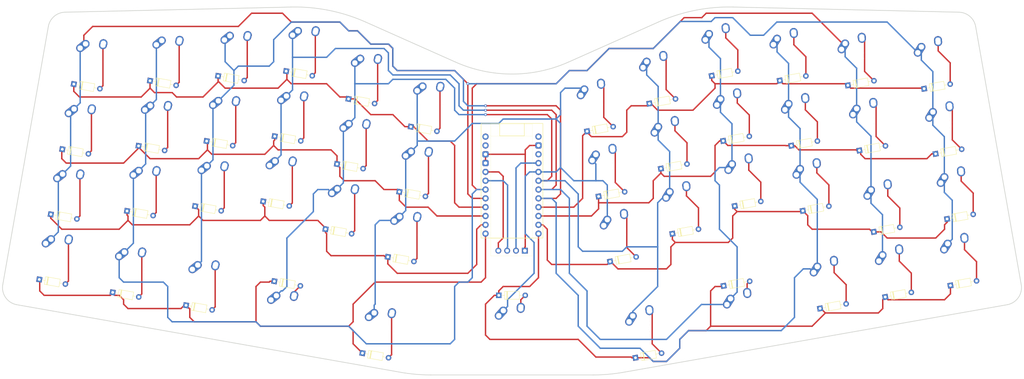
<source format=kicad_pcb>
(kicad_pcb (version 20221018) (generator pcbnew)
  (layers (0 "F.Cu" signal) (31 "B.Cu" signal) (34 "B.Paste" user) (35 "F.Paste" user) (36 "B.SilkS" user "B.Silkscreen") (37 "F.SilkS" user "F.Silkscreen") (38 "B.Mask" user) (39 "F.Mask" user) (44 "Edge.Cuts" user))
  (net 0 "")
  (net 1 "L1")
  (net 2 "Net-(D1-A)")
  (net 3 "Net-(D2-A)")
  (net 4 "Net-(D3-A)")
  (net 5 "Net-(D4-A)")
  (net 6 "Net-(D5-A)")
  (net 7 "Net-(D6-A)")
  (net 8 "L2")
  (net 9 "Net-(D7-A)")
  (net 10 "Net-(D8-A)")
  (net 11 "Net-(D9-A)")
  (net 12 "Net-(D10-A)")
  (net 13 "Net-(D11-A)")
  (net 14 "Net-(D12-A)")
  (net 15 "L3")
  (net 16 "Net-(D13-A)")
  (net 17 "Net-(D14-A)")
  (net 18 "Net-(D15-A)")
  (net 19 "Net-(D16-A)")
  (net 20 "Net-(D17-A)")
  (net 21 "Net-(D18-A)")
  (net 22 "L4")
  (net 23 "Net-(D19-A)")
  (net 24 "Net-(D20-A)")
  (net 25 "Net-(D21-A)")
  (net 26 "Net-(D23-A)")
  (net 27 "Net-(D24-A)")
  (net 28 "L5")
  (net 29 "Net-(D25-A)")
  (net 30 "Net-(D26-A)")
  (net 31 "Net-(D27-A)")
  (net 32 "Net-(D28-A)")
  (net 33 "Net-(D29-A)")
  (net 34 "Net-(D30-A)")
  (net 35 "L6")
  (net 36 "Net-(D31-A)")
  (net 37 "Net-(D32-A)")
  (net 38 "Net-(D33-A)")
  (net 39 "Net-(D34-A)")
  (net 40 "Net-(D35-A)")
  (net 41 "Net-(D36-A)")
  (net 42 "L7")
  (net 43 "Net-(D37-A)")
  (net 44 "Net-(D38-A)")
  (net 45 "Net-(D39-A)")
  (net 46 "Net-(D40-A)")
  (net 47 "Net-(D41-A)")
  (net 48 "Net-(D42-A)")
  (net 49 "L8")
  (net 50 "Net-(D43-A)")
  (net 51 "Net-(D44-A)")
  (net 52 "Net-(D45-A)")
  (net 53 "Net-(D46-A)")
  (net 54 "Net-(D47-A)")
  (net 55 "Net-(D22-A)")
  (net 56 "C1")
  (net 57 "C2")
  (net 58 "C3")
  (net 59 "C4")
  (net 60 "C5")
  (net 61 "C6")
  (net 64 "GND")
  (net 65 "VCC")
  (net 66 "SCL")
  (net 68 "SDA")
  (footprint "Diode_THT:D_DO-35_SOD27_P7.62mm_Horizontal" (layer "F.Cu") (at 310.597451 174.462304 10)
    (fp_text reference "D46" hide)
    (fp_text value "1N4148" hide)
  )
  (footprint "mx:MX-Alps-Hybrid-1U" (layer "F.Cu") (at 302.20939 104.950332 10)
    (fp_text reference "MX11" hide)
    (fp_text value "MX" hide)
  )
  (footprint "Diode_THT:D_DO-35_SOD27_P7.62mm_Horizontal" (layer "F.Cu") (at 242.737696 118.724241 10)
    (fp_text reference "D8" hide)
    (fp_text value "1N4148" hide)
  )
  (footprint "mx:MX-Alps-Hybrid-1U" (layer "F.Cu") (at 93.439618 165.922243 -10)
    (fp_text reference "MX38" hide)
    (fp_text value "MX" hide)
  )
  (footprint "MountingHole:MountingHole_2.2mm_M2" (layer "F.Cu") (at 344.797 171.7702)
    (fp_text reference "REF3" hide)
    (fp_text value "MountingHole_2.2mm_M2" hide)
  )
  (footprint "mx:MX-Alps-Hybrid-1.25U" (layer "F.Cu") (at 82.25795 105.918982 -10)
    (fp_text reference "MX1")
    (fp_text value "MX")
  )
  (footprint "mx:MX-Alps-Hybrid-2.25U" (layer "F.Cu") (at 203.2 182.4)
    (fp_text reference "MX42")
    (fp_text value "MX")
  )
  (footprint "mx:MX-Alps-Hybrid-1U" (layer "F.Cu") (at 294.199795 169.23024 10)
    (fp_text reference "MX45" hide)
    (fp_text value "MX" hide)
  )
  (footprint "Diode_THT:D_DO-35_SOD27_P7.62mm_Horizontal" (layer "F.Cu") (at 156.158071 117.401042 -10)
    (fp_text reference "D5" hide)
    (fp_text value "1N4148" hide)
  )
  (footprint "mx:MX-Alps-Hybrid-1U" (layer "F.Cu") (at 263.034216 102.186034 10)
    (fp_text reference "MX9" hide)
    (fp_text value "MX" hide)
  )
  (footprint "mx:MX-Alps-Hybrid-1U" (layer "F.Cu") (at 285.9298 122.328771 10)
    (fp_text reference "MX22" hide)
    (fp_text value "MX" hide)
  )
  (footprint "mx:MX-Alps-Hybrid-1U" (layer "F.Cu") (at 305.517388 123.71092 10)
    (fp_text reference "MX23" hide)
    (fp_text value "MX" hide)
  )
  (footprint "Diode_THT:D_DO-35_SOD27_P7.62mm_Horizontal" (layer "F.Cu") (at 321.779119 114.459044 10)
    (fp_text reference "D12" hide)
    (fp_text value "1N4148" hide)
  )
  (footprint "mx:MX-Alps-Hybrid-1.25U" (layer "F.Cu") (at 114.545279 169.64374 -10)
    (fp_text reference "MX39")
    (fp_text value "MX")
  )
  (footprint "mx:MX-Alps-Hybrid-1.25U" (layer "F.Cu") (at 324.142051 105.918982 10)
    (fp_text reference "MX12")
    (fp_text value "MX")
  )
  (footprint "mx:MX-Alps-Hybrid-1.25U" (layer "F.Cu") (at 137.169014 178.468884 -10)
    (fp_text reference "MX40")
    (fp_text value "MX")
  )
  (footprint "mx:MX-Alps-Hybrid-1U" (layer "F.Cu") (at 245.100628 110.184179 10)
    (fp_text reference "MX8" hide)
    (fp_text value "MX" hide)
  )
  (footprint "Diode_THT:D_DO-35_SOD27_P7.62mm_Horizontal" (layer "F.Cu") (at 231.420103 164.243561 10)
    (fp_text reference "D31" hide)
    (fp_text value "1N4148" hide)
  )
  (footprint "Diode_THT:D_DO-35_SOD27_P7.62mm_Horizontal" (layer "F.Cu") (at 263.979282 129.486684 10)
    (fp_text reference "D21" hide)
    (fp_text value "1N4148" hide)
  )
  (footprint "Diode_THT:D_DO-35_SOD27_P7.62mm_Horizontal" (layer "F.Cu") (at 99.049308 112.167195 -10)
    (fp_text reference "D2" hide)
    (fp_text value "1N4148" hide)
  )
  (footprint "mx:MX-Alps-Hybrid-1U" (layer "F.Cu") (at 136.74979 139.70721 -10)
    (fp_text reference "MX28" hide)
    (fp_text value "MX" hide)
  )
  (footprint "Diode_THT:D_DO-35_SOD27_P7.62mm_Horizontal" (layer "F.Cu") (at 238.727173 191.970943 10)
    (fp_text reference "D43" hide)
    (fp_text value "1N4148" hide)
  )
  (footprint "Diode_THT:D_DO-35_SOD27_P7.62mm_Horizontal" (layer "F.Cu") (at 112.0209 148.306222 -10)
    (fp_text reference "D27" hide)
    (fp_text value "1N4148" hide)
  )
  (footprint "MountingHole:MountingHole_2.2mm_M2" (layer "F.Cu") (at 233.2 106.4)
    (fp_text reference "REF1" hide)
    (fp_text value "MountingHole_2.2mm_M2" hide)
  )
  (footprint "mx:MX-Alps-Hybrid-1U" (layer "F.Cu") (at 282.621803 103.568184 10)
    (fp_text reference "MX10" hide)
    (fp_text value "MX" hide)
  )
  (footprint "mx:MX-Alps-Hybrid-1.25U" (layer "F.Cu") (at 327.450049 124.67957 10)
    (fp_text reference "MX24")
    (fp_text value "MX")
  )
  (footprint "Diode_THT:D_DO-35_SOD27_P7.62mm_Horizontal" (layer "F.Cu") (at 280.258871 112.108245 10)
    (fp_text reference "D10" hide)
    (fp_text value "1N4148" hide)
  )
  (footprint "mx:MX-Alps-Hybrid-1U" (layer "F.Cu") (at 123.778198 103.568184 -10)
    (fp_text reference "MX3" hide)
    (fp_text value "MX" hide)
  )
  (footprint "Diode_THT:D_DO-35_SOD27_P7.62mm_Horizontal" (layer "F.Cu") (at 264.089684 171.252022 10)
    (fp_text reference "D44" hide)
    (fp_text value "1N4148" hide)
  )
  (footprint "mx:MX-Alps-Hybrid-1U" (layer "F.Cu") (at 154.683377 147.705355 -10)
    (fp_text reference "MX29" hide)
    (fp_text value "MX" hide)
  )
  (footprint "Diode_THT:D_DO-35_SOD27_P7.62mm_Horizontal" (layer "F.Cu") (at 160.168593 190.647744 -10)
    (fp_text reference "D41" hide)
    (fp_text value "1N4148" hide)
  )
  (footprint "MountingHole:MountingHole_2.2mm_M2" (layer "F.Cu") (at 203.2 167.4)
    (fp_text reference "REF11" hide)
    (fp_text value "MountingHole_2.2mm_M2" hide)
  )
  (footprint "Diode_THT:D_DO-35_SOD27_P7.62mm_Horizontal" (layer "F.Cu") (at 283.566869 130.868833 10)
    (fp_text reference "D22" hide)
    (fp_text value "1N4148" hide)
  )
  (footprint "MountingHole:MountingHole_2.2mm_M2" (layer "F.Cu") (at 256.289258 187.351133)
    (fp_text reference "REF5" hide)
    (fp_text value "MountingHole_2.2mm_M2" hide)
  )
  (footprint "mx:MX-Alps-Hybrid-1U" (layer "F.Cu") (at 331.720971 162.614245 10)
    (fp_text reference "MX47" hide)
    (fp_text value "MX" hide)
  )
  (footprint "mx:MX-Alps-Hybrid-1U" (layer "F.Cu") (at 289.237799 141.089359 10)
    (fp_text reference "MX34" hide)
    (fp_text value "MX" hide)
  )
  (footprint "mx:MX-Alps-Hybrid-1U" (layer "F.Cu") (at 100.882613 123.710921 -10)
    (fp_text reference "MX14" hide)
    (fp_text value "MX" hide)
  )
  (footprint "Diode_THT:D_DO-35_SOD27_P7.62mm_Horizontal" (layer "F.Cu") (at 228.112105 145.482973 10)
    (fp_text reference "D19" hide)
    (fp_text value "1N4148" hide)
  )
  (footprint "Diode_THT:D_DO-35_SOD27_P7.62mm_Horizontal" (layer "F.Cu") (at 109.403977 176.860603 -10)
    (fp_text reference "D39" hide)
    (fp_text value "1N4148" hide)
  )
  (footprint "mx:MX-Alps-Hybrid-1U" (layer "F.Cu") (at 269.650211 139.70721 10)
    (fp_text reference "MX33" hide)
    (fp_text value "MX" hide)
  )
  (footprint "Diode_THT:D_DO-35_SOD27_P7.62mm_Horizontal" (layer "F.Cu") (at 92.433313 149.688371 -10)
    (fp_text reference "D26" hide)
    (fp_text value "1N4148" hide)
  )
  (footprint "mx:MX-Alps-Hybrid-1.25U" (layer "F.Cu") (at 165.309896 183.430881 -10)
    (fp_text reference "MX41")
    (fp_text value "MX")
  )
  (footprint "Diode_THT:D_DO-35_SOD27_P7.62mm_Horizontal" (layer "F.Cu") (at 224.804108 126.722386 10)
    (fp_text reference "D7" hide)
    (fp_text value "1N4148" hide)
  )
  (footprint "mx:MX-Alps-Hybrid-1.25U" (layer "F.Cu") (at 75.641954 143.440158 -10)
    (fp_text reference "MX25")
    (fp_text value "MX")
  )
  (footprint "mx:MX-Alps-Hybrid-1U" (layer "F.Cu") (at 266.342213 120.946622 10)
    (fp_text reference "MX21" hide)
    (fp_text value "MX" hide)
  )
  (footprint "mx:MX-Alps-Hybrid-1.25U" (layer "F.Cu") (at 330.758046 143.440158 10)
    (fp_text reference "MX36")
    (fp_text value "MX")
  )
  (footprint "Diode_THT:D_DO-35_SOD27_P7.62mm_Horizontal" (layer "F.Cu") (at 246.045694 137.484829 10)
    (fp_text reference "D20" hide)
    (fp_text value "1N4148" hide)
  )
  (footprint "mx:MX-Alps-Hybrid-1U" (layer "F.Cu") (at 230.475037 136.942912 10)
    (fp_text reference "MX19" hide)
    (fp_text value "MX" hide)
  )
  (footprint "mx:MX-Alps-Hybrid-1U" (layer "F.Cu") (at 251.716623 147.705354 10)
    (fp_text reference "MX32" hide)
    (fp_text value "MX" hide)
  )
  (footprint "Diode_THT:D_DO-35_SOD27_P7.62mm_Horizontal" (layer "F.Cu") (at 329.358039 171.154307 10)
    (fp_text reference "D47" hide)
    (fp_text value "1N4148" hide)
  )
  (footprint "Diode_THT:D_DO-35_SOD27_P7.62mm_Horizontal" (layer "F.Cu") (at 249.353691 156.245416 10)
    (fp_text reference "D32" hide)
    (fp_text value "1N4148" hide)
  )
  (footprint "Diode_THT:D_DO-35_SOD27_P7.62mm_Horizontal" (layer "F.Cu") (at 170.783661 144.159774 -10)
    (fp_text reference "D18" hide)
    (fp_text value "1N4148" hide)
  )
  (footprint "mx:MX-Alps-Hybrid-1U" (layer "F.Cu") (at 117.162202 141.089359 -10)
    (fp_text reference "MX27" hide)
    (fp_text value "MX" hide)
  )
  (footprint "Diode_THT:D_DO-35_SOD27_P7.62mm_Horizontal" (layer "F.Cu") (at 267.28728 148.247272 10)
    (fp_text reference "D33" hide)
    (fp_text value "1N4148" hide)
  )
  (footprint "MountingHole:MountingHole_2.2mm_M2" (layer "F.Cu") (at 150.110742 187.351133)
    (fp_text reference "REF6" hide)
    (fp_text value "MountingHole_2.2mm_M2" hide)
  )
  (footprint "Diode_THT:D_DO-35_SOD27_P7.62mm_Horizontal" (layer "F.Cu") (at 303.154456 132.250982 10)
    (fp_text reference "D23" hide)
    (fp_text value "1N4148" hide)
  )
  (footprint "mx:MX-Alps-Hybrid-1U" (layer "F.Cu") (at 140.057787 120.946622 -10)
    (fp_text reference "MX16" hide)
    (fp_text value "MX" hide)
  )
  (footprint "mx:MX-Alps-Hybrid-1U" (layer "F.Cu") (at 227.167039 118.182324 10)
    (fp_text reference "MX7" hide)
    (fp_text value "MX" hide)
  )
  (footprint "mx:MX-Alps-Hybrid-1U" (layer "F.Cu") (at 233.783035 155.703499 10)
    (fp_text reference "MX31" hide)
    (fp_text value "MX" hide)
  )
  (footprint "Diode_THT:D_DO-35_SOD27_P7.62mm_Horizontal" (layer "F.Cu") (at 138.224483 109.402897 -10)
    (fp_text reference "D4" hide)
    (fp_text value "1N4148" hide)
  )
  (footprint "mx:MX-Alps-Hybrid-1U" (layer "F.Cu") (at 175.924964 136.942912 -10)
    (fp_text reference "MX18" hide)
    (fp_text value "MX" hide)
  )
  (footprint "MountingHole:MountingHole_2.2mm_M2" (layer "F.Cu") (at 277.2 158.4)
    (fp_text reference "REF4" hide)
    (fp_text value "MountingHole_2.2mm_M2" hide)
  )
  (footprint "mx:MX-Alps-Hybrid-1.25U" (layer "F.Cu") (at 78.949952 124.67957 -10)
    (fp_text reference "MX13")
    (fp_text value "MX")
  )
  (footprint "Diode_THT:D_DO-35_SOD27_P7.62mm_Horizontal" (layer "F.Cu") (at 118.636896 110.785046 -10)
    (fp_text reference "D3" hide)
    (fp_text value "1N4148" hide)
  )
  (footprint "MountingHole:MountingHole_2.2mm_M2" (layer "F.Cu") (at 133.2 95.4)
    (fp_text reference "REF9" hide)
    (fp_text value "MountingHole_2.2mm_M2" hide)
  )
  (footprint "Diode_THT:D_DO-35_SOD27_P7.62mm_Horizontal" (layer "F.Cu") (at 67.192654 169.417608 -10)
    (fp_text reference "D37" hide)
    (fp_text value "1N4148" hide)
  )
  (footprint "mx:MX-Alps-Hybrid-1U" (layer "F.Cu") (at 309.652385 147.161655 10)
    (fp_text reference "MX35" hide)
    (fp_text value "MX" hide)
  )
  (footprint "Diode_THT:D_DO-35_SOD27_P7.62mm_Horizontal" (layer "F.Cu") (at 88.298316 173.139105 -10)
    (fp_text reference "D38" hide)
    (fp_text value "1N4148" hide)
  )
  (footprint "Diode_THT:D_DO-35_SOD27_P7.62mm_Horizontal" (layer "F.Cu") (at 115.328898 129.545634 -10)
    (fp_text reference "D15" hide)
    (fp_text value "1N4148" hide)
  )
  (footprint "mx:MX-Alps-Hybrid-1.25U" (layer "F.Cu") (at 72.333957 162.200745 -10)
    (fp_text reference "MX37")
    (fp_text value "MX")
  )
  (footprint "Diode_THT:D_DO-35_SOD27_P7.62mm_Horizontal" (layer "F.Cu") (at 199.39 173.99)
    (fp_text reference "D42" hide)
    (fp_text value "1N4148" hide)
  )
  (footprint "Diode_THT:D_DO-35_SOD27_P7.62mm_Horizontal" (layer "F.Cu") (at 152.850073 136.16163 -10)
    (fp_text reference "D17" hide)
    (fp_text value "1N4148" hide)
  )
  (footprint "mx:MX-Alps-Hybrid-1U" (layer "F.Cu") (at 120.4702 122.328771 -10)
    (fp_text reference "MX15" hide)
    (fp_text value "MX" hide)
  )
  (footprint "Diode_THT:D_DO-35_SOD27_P7.62mm_Horizontal" (layer "F.Cu") (at 328.395115 151.980219 10)
    (fp_text reference "D36" hide)
    (fp_text value "1N4148" hide)
  )
  (footprint "mx:MX-Alps-Hybrid-1U" (layer "F.Cu") (at 104.190611 104.950333 -10)
    (fp_text reference "MX2" hide)
    (fp_text value "MX" hide)
  )
  (footprint "mx:MX-Alps-Hybrid-1.25U" (layer "F.Cu") (at 241.090105 183.430881 10)
    (fp_text reference "MX43")
    (fp_text value "MX")
  )
  (footprint "Diode_THT:D_DO-35_SOD27_P7.62mm_Horizontal" (layer "F.Cu") (at 95.741311 130.927783 -10)
    (fp_text reference "D14" hide)
    (fp_text value "1N4148" hide)
  )
  (footprint "Diode_THT:D_DO-35_SOD27_P7.62mm_Horizontal" (layer "F.Cu") (at 307.289453 155.701717 10)
    (fp_text reference "D35" hide)
    (fp_text value "1N4148" hide)
  )
  (footprint "Diode_THT:D_DO-35_SOD27_P7.62mm_Horizontal" (layer "F.Cu") (at 260.671284 110.726096 10)
    (fp_text reference "D9" hide)
    (fp_text value "1N4148" hide)
  )
  (footprint "Diode_THT:D_DO-35_SOD27_P7.62mm_Horizontal" (layer "F.Cu") (at 70.500652 150.65702 -10)
    (fp_text reference "D25" hide)
    (fp_text value "1N4148" hide)
  )
  (footprint "Diode_THT:D_DO-35_SOD27_P7.62mm_Horizontal" (layer "F.Cu") (at 134.806083 169.928823 -10)
    (fp_text reference "D40" hide)
    (fp_text value "1N4148" hide)
  )
  (footprint "Diode_THT:D_DO-35_SOD27_P7.62mm_Horizontal" (layer "F.Cu") (at 325.087117 133.219632 10)
    (fp_text reference "D24" hide)
    (fp_text value "1N4148" hide)
  )
  (footprint "PCM_marbastlib-xp-promicroish:ProMicro_USBup" (layer "F.Cu") (at 203.2 142.24)
    (fp_text reference "U1" hide)
    (fp_text value "ProMicro" hide)
  )
  (footprint "Diode_THT:D_DO-35_SOD27_P7.62mm_Horizontal" (layer "F.Cu") (at 73.80865 131.896433 -10)
    (fp_text reference "D13" hide)
    (fp_text value "1N4148" hide)
  )
  (footprint "MountingHole:MountingHole_2.2mm_M2" (layer "F.Cu") (at 173.2 106.4)
    (fp_text reference "REF10" hide)
    (fp_text value "MountingHole_2.2mm_M2" hide)
  )
  (footprint "Diode_THT:D_DO-35_SOD27_P7.62mm_Horizontal" (layer "F.Cu") (at 299.846458 113.490394 10)
    (fp_text reference "D11" hide)
    (fp_text value "1N4148" hide)
  )
  (footprint "mx:MX-Alps-Hybrid-1U" (layer "F.Cu") (at 157.991376 128.944767 -10)
    (fp_text reference "MX17" hide)
    (fp_text value "MX" hide)
  )
  (footprint "mx:MX-Alps-Hybrid-1.25U" (layer "F.Cu") (at 269.230986 178.468884 10)
    (fp_text reference "MX44")
    (fp_text value "MX")
  )
  (footprint "Diode_THT:D_DO-35_SOD27_P7.62mm_Horizontal" (layer "F.Cu") (at 291.836863 177.770302 10)
    (fp_text reference "D45" hide)
    (fp_text value "1N4148" hide)
  )
  (footprint "Diode_THT:D_DO-35_SOD27_P7.62mm_Horizontal" (layer "F.Cu") (at 131.608487 146.924073 -10)
    (fp_text reference "D28" hide)
    (fp_text value "1N4148" hide)
  )
  (footprint "mx:MX-Alps-Hybrid-1U" (layer "F.Cu") (at 312.960383 165.922243 10)
    (fp_text reference "MX46" hide)
    (fp_text value "MX" hide)
  )
  (footprint "Diode_THT:D_DO-35_SOD27_P7.62mm_Horizontal" (layer "F.Cu") (at 167.475664 162.920362 -10)
    (fp_text reference "D30" hide)
    (fp_text value "1N4148" hide)
  )
  (footprint "MountingHole:MountingHole_2.2mm_M2" (layer "F.Cu") (at 273.2 95.4)
    (fp_text reference "REF2" hide)
    (fp_text value "MountingHole_2.2mm_M2" hide)
  )
  (footprint "mx:MX-Alps-Hybrid-1U" (layer "F.Cu") (at 161.299373 110.184179 -10)
    (fp_text reference "MX5" hide)
    (fp_text value "MX" hide)
  )
  (footprint "Diode_THT:D_DO-35_SOD27_P7.62mm_Horizontal" (layer "F.Cu") (at 174.091659 125.399187 -10)
    (fp_text reference "D6" hide)
    (fp_text value "1N4148" hide)
  )
  (footprint "Diode_THT:D_DO-35_SOD27_P7.62mm_Horizontal" (layer "F.Cu") (at 77.116648 113.135845 -10)
    (fp_text reference "D1" hide)
    (fp_text value "1N4148" hide)
  )
  (footprint "Diode_THT:D_DO-35_SOD27_P7.62mm_Horizontal" (layer "F.Cu") (at 149.542075 154.922217 -10)
    (fp_text reference "D29" hide)
    (fp_text value "1N4148" hide)
  )
  (footprint "mx:MX-Alps-Hybrid-1U" (layer "F.Cu") (at 248.408625 128.944767 10)
    (fp_text reference "MX20" hide)
    (fp_text value "MX" hide)
  )
  (footprint "mx:MX-Alps-Hybrid-1U" (layer "F.Cu") (at 143.365785 102.186034 -10)
    (fp_text reference "MX4" hide)
    (fp_text value "MX" hide)
  )
  (footprint "MountingHole:MountingHole_2.2mm_M2" (layer "F.Cu") (at 129.2 158.4)
    (fp_text reference "REF7" hide)
    (fp_text value "MountingHole_2.2mm_M2" hide)
  )
  (footprint "Diode_THT:D_DO-35_SOD27_P7.62mm_Horizontal" (layer "F.Cu") (at 134.916485 128.163485 -10)
    (fp_text reference "D16" hide)
    (fp_text value "1N4148" hide)
  )
  (footprint "MountingHole:MountingHole_2.2mm_M2" (layer "F.Cu") (at 61.603 171.7702)
    (fp_text reference "REF8" hide)
    (fp_text value "MountingHole_2.2mm_M2" hide)
  )
  (footprint "Diode_THT:D_DO-35_SOD27_P7.62mm_Horizontal" (layer "F.Cu") (at 286.874867 149.629421 10)
    (fp_text reference "D34" hide)
    (fp_text value "1N4148" hide)
  )
  (footprint "mx:MX-Alps-Hybrid-1U" (layer "F.Cu") (at 97.574615 142.471508 -10)
    (fp_text reference "MX26" hide)
    (fp_text value "MX" hide)
  )
  (footprint "mx:MX-Alps-Hybrid-1U" (layer "F.Cu") (at 172.616966 155.703499 -10)
    (fp_text reference "MX30" hide)
    (fp_text value "MX" hide)
  )
  (footprint "oled:SSD1306-0.91-OLED-4pin-128x32" (layer "F.Cu") (at 209.085 124.625 -90)
    (fp_text reference "J1" hide)
    (fp_text value "Screw_Terminal_01x04" hide)
  )
  (footprint "mx:MX-Alps-Hybrid-1U" (layer "F.Cu") (at 179.232961 118.182324 -10)
    (fp_text reference "MX6" hide)
    (fp_text value "MX" hide)
  )
  (gr_arc (start 219.492578 106.767698) (mid 203.2 110.236179) (end 186.907422 106.767698) (stroke (width 0.2)) (layer "Edge.Cuts"))
  (gr_line (start 336.610107 96.545941) (end 349.72108 170.901967) (stroke (width 0.2)) (layer "Edge.Cuts"))
  (gr_line (start 235.238957 196.165388) (end 345.665282 176.694247) (stroke (width 0.2)) (layer "Edge.Cuts"))
  (gr_arc (start 235.238957 196.165388) (mid 230.914335 196.734739) (end 226.556548 196.925) (stroke (width 0.2)) (layer "Edge.Cuts"))
  (gr_arc (start 139.578356 90.929644) (mid 150.572735 91.896674) (end 161.087111 95.252178) (stroke (width 0.2)) (layer "Edge.Cuts"))
  (gr_line (start 74.599629 92.415488) (end 139.578356 90.929644) (stroke (width 0.2)) (layer "Edge.Cuts"))
  (gr_line (start 331.800371 92.415488) (end 266.821644 90.929644) (stroke (width 0.2)) (layer "Edge.Cuts"))
  (gr_arc (start 245.312889 95.252178) (mid 255.827265 91.896677) (end 266.821644 90.929644) (stroke (width 0.2)) (layer "Edge.Cuts"))
  (gr_arc (start 331.800371 92.415488) (mid 334.943602 93.620935) (end 336.610107 96.545941) (stroke (width 0.2)) (layer "Edge.Cuts"))
  (gr_line (start 161.087111 95.252178) (end 186.907422 106.767698) (stroke (width 0.2)) (layer "Edge.Cuts"))
  (gr_arc (start 69.789893 96.545941) (mid 71.456421 93.620949) (end 74.599629 92.415488) (stroke (width 0.2)) (layer "Edge.Cuts"))
  (gr_line (start 171.161043 196.165388) (end 60.734718 176.694247) (stroke (width 0.2)) (layer "Edge.Cuts"))
  (gr_line (start 245.312889 95.252178) (end 219.492578 106.767698) (stroke (width 0.2)) (layer "Edge.Cuts"))
  (gr_line (start 179.843452 196.925) (end 226.556548 196.925) (stroke (width 0.2)) (layer "Edge.Cuts"))
  (gr_arc (start 60.734718 176.694247) (mid 57.507198 174.638091) (end 56.67892 170.901967) (stroke (width 0.2)) (layer "Edge.Cuts"))
  (gr_arc (start 179.843452 196.925) (mid 175.485665 196.734735) (end 171.161043 196.165388) (stroke (width 0.2)) (layer "Edge.Cuts"))
  (gr_arc (start 349.72108 170.901967) (mid 348.892799 174.638095) (end 345.665282 176.694247) (stroke (width 0.2)) (layer "Edge.Cuts"))
  (gr_line (start 69.789893 96.545941) (end 56.67892 170.901967) (stroke (width 0.2)) (layer "Edge.Cuts"))
  (segment (start 149.86 113.03) (end 153.67 116.84) (width 0.4) (layer "F.Cu") (net 1))
  (segment (start 138.43 109.22) (end 138.43 111.76) (width 0.4) (layer "F.Cu") (net 1))
  (segment (start 185.42 129.54) (end 179.07 129.54) (width 0.4) (layer "F.Cu") (net 1))
  (segment (start 77.116648 113.135845) (end 77.116648 115.216648) (width 0.4) (layer "F.Cu") (net 1))
  (segment (start 168.91 121.92) (end 162.56 121.92) (width 0.4) (layer "F.Cu") (net 1))
  (segment (start 155.597029 116.84) (end 156.158071 117.401042) (width 0.4) (layer "F.Cu") (net 1))
  (segment (start 118.636896 112.286896) (end 118.636896 110.785046) (width 0.4) (layer "F.Cu") (net 1))
  (segment (start 105.41 115.57) (end 100.33 115.57) (width 0.4) (layer "F.Cu") (net 1))
  (segment (start 138.43 111.76) (end 135.89 114.3) (width 0.4) (layer "F.Cu") (net 1))
  (segment (start 78.74 116.84) (end 96.52 116.84) (width 0.4) (layer "F.Cu") (net 1))
  (segment (start 186.69 147.32) (end 186.69 130.81) (width 0.4) (layer "F.Cu") (net 1))
  (segment (start 174.091659 125.399187) (end 172.389187 125.399187) (width 0.4) (layer "F.Cu") (net 1))
  (segment (start 100.33 115.57) (end 99.06 114.3) (width 0.4) (layer "F.Cu") (net 1))
  (segment (start 96.52 116.84) (end 99.06 114.3) (width 0.4) (layer "F.Cu") (net 1))
  (segment (start 179.07 129.54) (end 174.929187 125.399187) (width 0.4) (layer "F.Cu") (net 1))
  (segment (start 135.89 114.3) (end 120.65 114.3) (width 0.4) (layer "F.Cu") (net 1))
  (segment (start 172.389187 125.399187) (end 168.91 121.92) (width 0.4) (layer "F.Cu") (net 1))
  (segment (start 158.041042 117.401042) (end 156.158071 117.401042) (width 0.4) (layer "F.Cu") (net 1))
  (segment (start 162.56 121.92) (end 158.041042 117.401042) (width 0.4) (layer "F.Cu") (net 1))
  (segment (start 106.68 116.84) (end 105.41 115.57) (width 0.4) (layer "F.Cu") (net 1))
  (segment (start 118.636896 112.286896) (end 118.636896 112.503104) (width 0.4) (layer "F.Cu") (net 1))
  (segment (start 153.67 116.84) (end 155.597029 116.84) (width 0.4) (layer "F.Cu") (net 1))
  (segment (start 139.7 113.03) (end 149.86 113.03) (width 0.4) (layer "F.Cu") (net 1))
  (segment (start 187.96 148.59) (end 186.69 147.32) (width 0.4) (layer "F.Cu") (net 1))
  (segment (start 118.636896 112.503104) (end 114.3 116.84) (width 0.4) (layer "F.Cu") (net 1))
  (segment (start 138.43 111.76) (end 139.7 113.03) (width 0.4) (layer "F.Cu") (net 1))
  (segment (start 114.3 116.84) (end 106.68 116.84) (width 0.4) (layer "F.Cu") (net 1))
  (segment (start 174.929187 125.399187) (end 174.091659 125.399187) (width 0.4) (layer "F.Cu") (net 1))
  (segment (start 195.58 148.59) (end 187.96 148.59) (width 0.4) (layer "F.Cu") (net 1))
  (segment (start 120.65 114.3) (end 118.636896 112.286896) (width 0.4) (layer "F.Cu") (net 1))
  (segment (start 99.049308 114.289308) (end 99.049308 112.167195) (width 0.4) (layer "F.Cu") (net 1))
  (segment (start 77.116648 115.216648) (end 78.74 116.84) (width 0.4) (layer "F.Cu") (net 1))
  (segment (start 186.69 130.81) (end 185.42 129.54) (width 0.4) (layer "F.Cu") (net 1))
  (segment (start 99.06 114.3) (end 99.049308 114.289308) (width 0.4) (layer "F.Cu") (net 1))
  (segment (start 85.501386 113.578541) (end 84.620883 114.459044) (width 0.4) (layer "F.Cu") (net 2))
  (segment (start 85.501386 101.921468) (end 85.501386 113.578541) (width 0.4) (layer "F.Cu") (net 2))
  (segment (start 107.434047 112.60989) (end 106.553543 113.490394) (width 0.4) (layer "F.Cu") (net 3))
  (segment (start 107.434047 100.952819) (end 107.434047 112.60989) (width 0.4) (layer "F.Cu") (net 3))
  (segment (start 127.021634 99.57067) (end 127.021634 111.227742) (width 0.4) (layer "F.Cu") (net 4))
  (segment (start 127.021634 111.227742) (end 126.141131 112.108245) (width 0.4) (layer "F.Cu") (net 4))
  (segment (start 146.609221 109.845593) (end 145.728718 110.726096) (width 0.4) (layer "F.Cu") (net 5))
  (segment (start 146.609221 98.18852) (end 146.609221 109.845593) (width 0.4) (layer "F.Cu") (net 5))
  (segment (start 164.542809 106.186665) (end 164.542809 117.843738) (width 0.4) (layer "F.Cu") (net 6))
  (segment (start 164.542809 117.843738) (end 163.662306 118.724241) (width 0.4) (layer "F.Cu") (net 6))
  (segment (start 182.476397 125.841883) (end 181.595894 126.722386) (width 0.4) (layer "F.Cu") (net 7))
  (segment (start 182.476397 114.18481) (end 182.476397 125.841883) (width 0.4) (layer "F.Cu") (net 7))
  (segment (start 152.850073 133.800073) (end 152.850073 136.16163) (width 0.4) (layer "F.Cu") (net 8))
  (segment (start 132.08 133.35) (end 134.62 130.81) (width 0.4) (layer "F.Cu") (net 8))
  (segment (start 172.72 148.59) (end 170.783661 146.653661) (width 0.4) (layer "F.Cu") (net 8))
  (segment (start 170.18 143.51) (end 166.37 143.51) (width 0.4) (layer "F.Cu") (net 8))
  (segment (start 95.741311 131.301311) (end 99.06 134.62) (width 0.4) (layer "F.Cu") (net 8))
  (segment (start 134.62 130.81) (end 135.89 132.08) (width 0.4) (layer "F.Cu") (net 8))
  (segment (start 170.783661 144.159774) (end 170.18 143.556113) (width 0.4) (layer "F.Cu") (net 8))
  (segment (start 181.61 151.13) (end 179.07 148.59) (width 0.4) (layer "F.Cu") (net 8))
  (segment (start 163.83 140.97) (end 166.37 143.51) (width 0.4) (layer "F.Cu") (net 8))
  (segment (start 91.44 135.89) (end 95.741311 131.588689) (width 0.4) (layer "F.Cu") (net 8))
  (segment (start 134.62 130.81) (end 134.62 129.54) (width 0.4) (layer "F.Cu") (net 8))
  (segment (start 154.94 140.97) (end 163.83 140.97) (width 0.4) (layer "F.Cu") (net 8))
  (segment (start 170.18 143.556113) (end 170.18 143.51) (width 0.4) (layer "F.Cu") (net 8))
  (segment (start 179.07 148.59) (end 172.72 148.59) (width 0.4) (layer "F.Cu") (net 8))
  (segment (start 115.57 132.08) (end 113.03 134.62) (width 0.4) (layer "F.Cu") (net 8))
  (segment (start 195.58 151.13) (end 181.61 151.13) (width 0.4) (layer "F.Cu") (net 8))
  (segment (start 135.89 132.08) (end 151.13 132.08) (width 0.4) (layer "F.Cu") (net 8))
  (segment (start 113.03 134.62) (end 99.06 134.62) (width 0.4) (layer "F.Cu") (net 8))
  (segment (start 170.783661 146.653661) (end 170.783661 144.159774) (width 0.4) (layer "F.Cu") (net 8))
  (segment (start 134.62 129.54) (end 134.916485 129.243515) (width 0.4) (layer "F.Cu") (net 8))
  (segment (start 95.741311 131.588689) (end 95.741311 130.927783) (width 0.4) (layer "F.Cu") (net 8))
  (segment (start 115.57 129.54) (end 115.57 132.08) (width 0.4) (layer "F.Cu") (net 8))
  (segment (start 74.93 135.89) (end 91.44 135.89) (width 0.4) (layer "F.Cu") (net 8))
  (segment (start 151.13 132.08) (end 152.850073 133.800073) (width 0.4) (layer "F.Cu") (net 8))
  (segment (start 73.66 134.62) (end 74.93 135.89) (width 0.4) (layer "F.Cu") (net 8))
  (segment (start 152.850073 136.340073) (end 153.67 137.16) (width 0.4) (layer "F.Cu") (net 8))
  (segment (start 116.84 133.35) (end 132.08 133.35) (width 0.4) (layer "F.Cu") (net 8))
  (segment (start 134.916485 129.243515) (end 134.916485 128.163485) (width 0.4) (layer "F.Cu") (net 8))
  (segment (start 153.67 137.16) (end 153.67 139.7) (width 0.4) (layer "F.Cu") (net 8))
  (segment (start 115.57 132.08) (end 116.84 133.35) (width 0.4) (layer "F.Cu") (net 8))
  (segment (start 153.67 139.7) (end 154.94 140.97) (width 0.4) (layer "F.Cu") (net 8))
  (segment (start 73.66 132.08) (end 73.66 134.62) (width 0.4) (layer "F.Cu") (net 8))
  (segment (start 229.610939 114.079866) (end 229.610939 122.701783) (width 0.4) (layer "F.Cu") (net 9))
  (segment (start 228.847642 113.316569) (end 229.610939 114.079866) (width 0.4) (layer "F.Cu") (net 9))
  (segment (start 229.610939 122.701783) (end 232.308343 125.399187) (width 0.4) (layer "F.Cu") (net 9))
  (segment (start 246.781231 105.318424) (end 247.544528 106.081721) (width 0.4) (layer "F.Cu") (net 10))
  (segment (start 247.544528 114.703639) (end 250.241931 117.401042) (width 0.4) (layer "F.Cu") (net 10))
  (segment (start 247.544528 106.081721) (end 247.544528 114.703639) (width 0.4) (layer "F.Cu") (net 10))
  (segment (start 264.714819 99.821431) (end 268.175519 103.282131) (width 0.4) (layer "F.Cu") (net 11))
  (segment (start 268.175519 103.282131) (end 268.175519 109.402897) (width 0.4) (layer "F.Cu") (net 11))
  (segment (start 264.714819 97.320279) (end 264.714819 99.821431) (width 0.4) (layer "F.Cu") (net 11))
  (segment (start 284.302406 98.702429) (end 284.302406 101.79259) (width 0.4) (layer "F.Cu") (net 12))
  (segment (start 287.763106 105.25329) (end 287.763106 110.785046) (width 0.4) (layer "F.Cu") (net 12))
  (segment (start 284.302406 101.79259) (end 287.763106 105.25329) (width 0.4) (layer "F.Cu") (net 12))
  (segment (start 303.889993 100.084577) (end 304.65329 100.847874) (width 0.4) (layer "F.Cu") (net 13))
  (segment (start 304.65329 100.847874) (end 304.65329 109.469792) (width 0.4) (layer "F.Cu") (net 13))
  (segment (start 304.65329 109.469792) (end 307.350693 112.167195) (width 0.4) (layer "F.Cu") (net 13))
  (segment (start 329.283354 107.015079) (end 329.283354 113.135845) (width 0.4) (layer "F.Cu") (net 14))
  (segment (start 325.822654 103.554379) (end 329.283354 107.015079) (width 0.4) (layer "F.Cu") (net 14))
  (segment (start 325.822654 101.053227) (end 325.822654 103.554379) (width 0.4) (layer "F.Cu") (net 14))
  (segment (start 113.03 149.315322) (end 112.0209 148.306222) (width 0.4) (layer "F.Cu") (net 15))
  (segment (start 149.542075 155.892075) (end 149.542075 154.922217) (width 0.4) (layer "F.Cu") (net 15))
  (segment (start 131.608487 148.118487) (end 131.608487 146.924073) (width 0.4) (layer "F.Cu") (net 15))
  (segment (start 93.98 153.67) (end 110.49 153.67) (width 0.4) (layer "F.Cu") (net 15))
  (segment (start 194.31 153.67) (end 193.04 154.94) (width 0.4) (layer "F.Cu") (net 15))
  (segment (start 193.04 165.1) (end 190.5 167.64) (width 0.4) (layer "F.Cu") (net 15))
  (segment (start 167.475664 162.920362) (end 166.730362 162.920362) (width 0.4) (layer "F.Cu") (net 15))
  (segment (start 92.71 152.4) (end 92.71 151.13) (width 0.4) (layer "F.Cu") (net 15))
  (segment (start 166.37 162.56) (end 151.13 162.56) (width 0.4) (layer "F.Cu") (net 15))
  (segment (start 151.13 162.56) (end 149.86 161.29) (width 0.4) (layer "F.Cu") (net 15))
  (segment (start 190.5 167.64) (end 170.18 167.64) (width 0.4) (layer "F.Cu") (net 15))
  (segment (start 132.08 151.13) (end 132.08 148.59) (width 0.4) (layer "F.Cu") (net 15))
  (segment (start 147.32 152.4) (end 133.35 152.4) (width 0.4) (layer "F.Cu") (net 15))
  (segment (start 92.71 152.4) (end 93.98 153.67) (width 0.4) (layer "F.Cu") (net 15))
  (segment (start 132.08 151.13) (end 130.81 152.4) (width 0.4) (layer "F.Cu") (net 15))
  (segment (start 113.03 151.13) (end 110.49 153.67) (width 0.4) (layer "F.Cu") (net 15))
  (segment (start 90.17 154.94) (end 73.66 154.94) (width 0.4) (layer "F.Cu") (net 15))
  (segment (start 193.04 154.94) (end 193.04 165.1) (width 0.4) (layer "F.Cu") (net 15))
  (segment (start 149.86 156.21) (end 149.542075 155.892075) (width 0.4) (layer "F.Cu") (net 15))
  (segment (start 70.500652 151.780652) (end 70.500652 150.65702) (width 0.4) (layer "F.Cu") (net 15))
  (segment (start 114.3 152.4) (end 113.03 151.13) (width 0.4) (layer "F.Cu") (net 15))
  (segment (start 149.86 161.29) (end 149.86 156.21) (width 0.4) (layer "F.Cu") (net 15))
  (segment (start 92.433313 150.853313) (end 92.433313 149.688371) (width 0.4) (layer "F.Cu") (net 15))
  (segment (start 133.35 152.4) (end 132.08 151.13) (width 0.4) (layer "F.Cu") (net 15))
  (segment (start 92.71 151.13) (end 92.433313 150.853313) (width 0.4) (layer "F.Cu") (net 15))
  (segment (start 167.475664 164.935664) (end 167.475664 162.920362) (width 0.4) (layer "F.Cu") (net 15))
  (segment (start 92.71 152.4) (end 90.17 154.94) (width 0.4) (layer "F.Cu") (net 15))
  (segment (start 130.81 152.4) (end 114.3 152.4) (width 0.4) (layer "F.Cu") (net 15))
  (segment (start 113.03 151.13) (end 113.03 149.315322) (width 0.4) (layer "F.Cu") (net 15))
  (segment (start 170.18 167.64) (end 167.475664 164.935664) (width 0.4) (layer "F.Cu") (net 15))
  (segment (start 149.542075 154.622075) (end 147.32 152.4) (width 0.4) (layer "F.Cu") (net 15))
  (segment (start 73.66 154.94) (end 70.500652 151.780652) (width 0.4) (layer "F.Cu") (net 15))
  (segment (start 166.730362 162.920362) (end 166.37 162.56) (width 0.4) (layer "F.Cu") (net 15))
  (segment (start 195.58 153.67) (end 194.31 153.67) (width 0.4) (layer "F.Cu") (net 15))
  (segment (start 132.08 148.59) (end 131.608487 148.118487) (width 0.4) (layer "F.Cu") (net 15))
  (segment (start 82.193388 132.339129) (end 81.312885 133.219632) (width 0.4) (layer "F.Cu") (net 16))
  (segment (start 82.193388 120.682056) (end 82.193388 132.339129) (width 0.4) (layer "F.Cu") (net 16))
  (segment (start 104.126049 131.370479) (end 103.245546 132.250982) (width 0.4) (layer "F.Cu") (net 17))
  (segment (start 104.126049 119.713407) (end 104.126049 131.370479) (width 0.4) (layer "F.Cu") (net 17))
  (segment (start 123.713636 118.331257) (end 123.713636 129.98833) (width 0.4) (layer "F.Cu") (net 18))
  (segment (start 123.713636 129.98833) (end 122.833133 130.868833) (width 0.4) (layer "F.Cu") (net 18))
  (segment (start 143.301223 116.949108) (end 143.301223 128.606181) (width 0.4) (layer "F.Cu") (net 19))
  (segment (start 143.301223 128.606181) (end 142.42072 129.486684) (width 0.4) (layer "F.Cu") (net 19))
  (segment (start 160.354308 137.484829) (end 161.234812 136.604325) (width 0.4) (layer "F.Cu") (net 20))
  (segment (start 161.234812 136.604325) (end 161.234812 124.947253) (width 0.4) (layer "F.Cu") (net 20))
  (segment (start 179.1684 144.602469) (end 178.287896 145.482973) (width 0.4) (layer "F.Cu") (net 21))
  (segment (start 179.1684 132.945398) (end 179.1684 144.602469) (width 0.4) (layer "F.Cu") (net 21))
  (segment (start 88.298316 173.321684) (end 87.63 173.99) (width 0.4) (layer "F.Cu") (net 22))
  (segment (start 111.76 181.61) (end 110.49 180.34) (width 0.4) (layer "F.Cu") (net 22))
  (segment (start 110.343374 177.8) (end 109.403977 176.860603) (width 0.4) (layer "F.Cu") (net 22))
  (segment (start 133.601177 169.928823) (end 134.806083 169.928823) (width 0.4) (layer "F.Cu") (net 22))
  (segment (start 129.54 181.61) (end 129.54 171.45) (width 0.4) (layer "F.Cu") (net 22))
  (segment (start 88.9 173.99) (end 88.298316 173.388316) (width 0.4) (layer "F.Cu") (net 22))
  (segment (start 157.48 176.53) (end 157.48 181.61) (width 0.4) (layer "F.Cu") (net 22))
  (segment (start 163.83 170.18) (end 157.48 176.53) (width 0.4) (layer "F.Cu") (net 22))
  (segment (start 129.54 181.61) (end 111.76 181.61) (width 0.4) (layer "F.Cu") (net 22))
  (segment (start 87.63 173.99) (end 68.58 173.99) (width 0.4) (layer "F.Cu") (net 22))
  (segment (start 195.58 168.91) (end 194.31 170.18) (width 0.4) (layer "F.Cu") (net 22))
  (segment (start 90.17 173.99) (end 88.9 173.99) (width 0.4) (layer "F.Cu") (net 22))
  (segment (start 133.35 170.18) (end 133.601177 169.928823) (width 0.4) (layer "F.Cu") (net 22))
  (segment (start 160.167744 190.647744) (end 157.48 187.96) (width 0.4) (layer "F.Cu") (net 22))
  (segment (start 194.31 170.18) (end 163.83 170.18) (width 0.4) (layer "F.Cu") (net 22))
  (segment (start 110.49 177.8) (end 110.343374 177.8) (width 0.4) (layer "F.Cu") (net 22))
  (segment (start 91.44 175.26) (end 90.17 173.99) (width 0.4) (layer "F.Cu") (net 22))
  (segment (start 129.54 171.45) (end 130.81 170.18) (width 0.4) (layer "F.Cu") (net 22))
  (segment (start 157.48 187.96) (end 157.48 184.15) (width 0.4) (layer "F.Cu") (net 22))
  (segment (start 92.71 177.8) (end 91.44 176.53) (width 0.4) (layer "F.Cu") (net 22))
  (segment (start 108.889397 176.860603) (end 107.95 177.8) (width 0.4) (layer "F.Cu") (net 22))
  (segment (start 195.58 156.21) (end 195.58 168.91) (width 0.4) (layer "F.Cu") (net 22))
  (segment (start 107.95 177.8) (end 92.71 177.8) (width 0.4) (layer "F.Cu") (net 22))
  (segment (start 157.48 181.61) (end 156.21 182.88) (width 0.4) (layer "F.Cu") (net 22))
  (segment (start 110.49 180.34) (end 110.49 177.8) (width 0.4) (layer "F.Cu") (net 22))
  (segment (start 157.48 184.15) (end 156.21 182.88) (width 0.4) (layer "F.Cu") (net 22))
  (segment (start 67.31 172.72) (end 67.31 169.534954) (width 0.4) (layer "F.Cu") (net 22))
  (segment (start 156.21 182.88) (end 130.81 182.88) (width 0.4) (layer "F.Cu") (net 22))
  (segment (start 130.81 170.18) (end 133.35 170.18) (width 0.4) (layer "F.Cu") (net 22))
  (segment (start 91.44 176.53) (end 91.44 175.26) (width 0.4) (layer "F.Cu") (net 22))
  (segment (start 68.58 173.99) (end 67.31 172.72) (width 0.4) (layer "F.Cu") (net 22))
  (segment (start 130.81 182.88) (end 129.54 181.61) (width 0.4) (layer "F.Cu") (net 22))
  (segment (start 232.15564 132.077157) (end 232.918937 132.840454) (width 0.4) (layer "F.Cu") (net 23))
  (segment (start 232.918937 141.462371) (end 235.61634 144.159774) (width 0.4) (layer "F.Cu") (net 23))
  (segment (start 232.918937 132.840454) (end 232.918937 141.462371) (width 0.4) (layer "F.Cu") (net 23))
  (segment (start 250.089228 126.580164) (end 253.549929 130.040865) (width 0.4) (layer "F.Cu") (net 24))
  (segment (start 250.089228 124.079012) (end 250.089228 126.580164) (width 0.4) (layer "F.Cu") (net 24))
  (segment (start 253.549929 130.040865) (end 253.549929 136.16163) (width 0.4) (layer "F.Cu") (net 24))
  (segment (start 271.483517 122.04272) (end 271.483517 128.163485) (width 0.4) (layer "F.Cu") (net 25))
  (segment (start 268.022816 116.080867) (end 268.022816 118.582019) (width 0.4) (layer "F.Cu") (net 25))
  (segment (start 268.022816 118.582019) (end 271.483517 122.04272) (width 0.4) (layer "F.Cu") (net 25))
  (segment (start 307.961288 128.23038) (end 310.658691 130.927783) (width 0.4) (layer "F.Cu") (net 26))
  (segment (start 307.961288 119.608462) (end 307.961288 128.23038) (width 0.4) (layer "F.Cu") (net 26))
  (segment (start 307.197991 118.845165) (end 307.961288 119.608462) (width 0.4) (layer "F.Cu") (net 26))
  (segment (start 329.893949 120.577112) (end 329.893949 129.19903) (width 0.4) (layer "F.Cu") (net 27))
  (segment (start 329.893949 129.19903) (end 332.591352 131.896433) (width 0.4) (layer "F.Cu") (net 27))
  (segment (start 329.130652 119.813815) (end 329.893949 120.577112) (width 0.4) (layer "F.Cu") (net 27))
  (segment (start 261.62 114.3) (end 261.62 113.03) (width 0.4) (layer "F.Cu") (net 28))
  (segment (start 243.184241 118.724241) (end 245.11 120.65) (width 0.4) (layer "F.Cu") (net 28))
  (segment (start 234.95 128.27) (end 236.22 127) (width 0.4) (layer "F.Cu") (net 28))
  (segment (start 255.27 120.65) (end 261.62 114.3) (width 0.4) (layer "F.Cu") (net 28))
  (segment (start 245.11 120.65) (end 255.27 120.65) (width 0.4) (layer "F.Cu") (net 28))
  (segment (start 236.22 127) (end 236.22 120.65) (width 0.4) (layer "F.Cu") (net 28))
  (segment (start 223.52 146.05) (end 223.52 128.006494) (width 0.4) (layer "F.Cu") (net 28))
  (segment (start 237.49 119.38) (end 242.081937 119.38) (width 0.4) (layer "F.Cu") (net 28))
  (segment (start 299.72 113.03) (end 281.180626 113.03) (width 0.4) (layer "F.Cu") (net 28))
  (segment (start 281.180626 113.03) (end 280.258871 112.108245) (width 0.4) (layer "F.Cu") (net 28))
  (segment (start 280.258871 112.171129) (end 279.4 113.03) (width 0.4) (layer "F.Cu") (net 28))
  (segment (start 224.79 127) (end 226.06 128.27) (width 0.4) (layer "F.Cu") (net 28))
  (segment (start 220.98 148.59) (end 223.52 146.05) (width 0.4) (layer "F.Cu") (net 28))
  (segment (start 242.081937 119.38) (end 242.737696 118.724241) (width 0.4) (layer "F.Cu") (net 28))
  (segment (start 223.52 128.006494) (end 224.804108 126.722386) (width 0.4) (layer "F.Cu") (net 28))
  (segment (start 261.62 113.03) (end 279.4 113.03) (width 0.4) (layer "F.Cu") (net 28))
  (segment (start 210.82 148.59) (end 220.98 148.59) (width 0.4) (layer "F.Cu") (net 28))
  (segment (start 261.62 113.03) (end 260.671284 112.081284) (width 0.4) (layer "F.Cu") (net 28))
  (segment (start 226.06 128.27) (end 234.95 128.27) (width 0.4) (layer "F.Cu") (net 28))
  (segment (start 300.656064 114.3) (end 299.846458 113.490394) (width 0.4) (layer "F.Cu") (net 28))
  (segment (start 260.671284 112.081284) (end 260.671284 110.726096) (width 0.4) (layer "F.Cu") (net 28))
  (segment (start 321.31 114.3) (end 300.656064 114.3) (width 0.4) (layer "F.Cu") (net 28))
  (segment (start 236.22 120.65) (end 237.49 119.38) (width 0.4) (layer "F.Cu") (net 28))
  (segment (start 78.88539 151.099716) (end 78.004887 151.980219) (width 0.4) (layer "F.Cu") (net 29))
  (segment (start 78.88539 139.442644) (end 78.88539 151.099716) (width 0.4) (layer "F.Cu") (net 29))
  (segment (start 100.818051 150.131067) (end 99.937548 151.01157) (width 0.4) (layer "F.Cu") (net 30))
  (segment (start 100.818051 138.473994) (end 100.818051 150.131067) (width 0.4) (layer "F.Cu") (net 30))
  (segment (start 120.405638 137.091845) (end 120.405638 148.748918) (width 0.4) (layer "F.Cu") (net 31))
  (segment (start 120.405638 148.748918) (end 119.525135 149.629421) (width 0.4) (layer "F.Cu") (net 31))
  (segment (start 139.993226 135.709696) (end 139.993226 147.366768) (width 0.4) (layer "F.Cu") (net 32))
  (segment (start 139.993226 147.366768) (end 139.112722 148.247272) (width 0.4) (layer "F.Cu") (net 32))
  (segment (start 157.926813 155.364913) (end 157.04631 156.245416) (width 0.4) (layer "F.Cu") (net 33))
  (segment (start 157.926813 143.707841) (end 157.926813 155.364913) (width 0.4) (layer "F.Cu") (net 33))
  (segment (start 175.860402 163.363058) (end 174.979899 164.243561) (width 0.4) (layer "F.Cu") (net 34))
  (segment (start 175.860402 151.705985) (end 175.860402 163.363058) (width 0.4) (layer "F.Cu") (net 34))
  (segment (start 228.112105 149.077895) (end 226.06 151.13) (width 0.4) (layer "F.Cu") (net 35))
  (segment (start 263.979282 129.486684) (end 262.943316 129.486684) (width 0.4) (layer "F.Cu") (net 35))
  (segment (start 322.58 134.62) (end 304.8 134.62) (width 0.4) (layer "F.Cu") (net 35))
  (segment (start 281.94 130.81) (end 281.998833 130.868833) (width 0.4) (layer "F.Cu") (net 35))
  (segment (start 228.112105 147.32) (end 242.57 147.32) (width 0.4) (layer "F.Cu") (net 35))
  (segment (start 243.84 146.05) (end 242.57 147.32) (width 0.4) (layer "F.Cu") (net 35))
  (segment (start 302.26 132.08) (end 285.75 132.08) (width 0.4) (layer "F.Cu") (net 35))
  (segment (start 262.943316 129.486684) (end 261.62 130.81) (width 0.4) (layer "F.Cu") (net 35))
  (segment (start 243.84 140.97) (end 243.84 146.05) (width 0.4) (layer "F.Cu") (net 35))
  (segment (start 246.981388 139.7) (end 260.35 139.7) (width 0.4) (layer "F.Cu") (net 35))
  (segment (start 246.045694 138.764306) (end 243.84 140.97) (width 0.4) (layer "F.Cu") (net 35))
  (segment (start 228.112105 145.482973) (end 228.112105 147.32) (width 0.4) (layer "F.Cu") (net 35))
  (segment (start 284.538833 130.868833) (end 283.566869 130.868833) (width 0.4) (layer "F.Cu") (net 35))
  (segment (start 303.53 133.35) (end 303.53 132.626526) (width 0.4) (layer "F.Cu") (net 35))
  (segment (start 285.75 132.08) (end 284.538833 130.868833) (width 0.4) (layer "F.Cu") (net 35))
  (segment (start 304.8 134.62) (end 303.53 133.35) (width 0.4) (layer "F.Cu") (net 35))
  (segment (start 325.087117 133.219632) (end 323.980368 133.219632) (width 0.4) (layer "F.Cu") (net 35))
  (segment (start 323.980368 133.219632) (end 322.58 134.62) (width 0.4) (layer "F.Cu") (net 35))
  (segment (start 261.62 138.43) (end 260.35 139.7) (width 0.4) (layer "F.Cu") (net 35))
  (segment (start 303.154456 132.250982) (end 302.430982 132.250982) (width 0.4) (layer "F.Cu") (net 35))
  (segment (start 246.045694 138.764306) (end 246.045694 137.484829) (width 0.4) (layer "F.Cu") (net 35))
  (segment (start 281.998833 130.868833) (end 283.566869 130.868833) (width 0.4) (layer "F.Cu") (net 35))
  (segment (start 228.112105 147.32) (end 228.112105 149.077895) (width 0.4) (layer "F.Cu") (net 35))
  (segment (start 302.430982 132.250982) (end 302.26 132.08) (width 0.4) (layer "F.Cu") (net 35))
  (segment (start 265.302598 130.81) (end 281.94 130.81) (width 0.4) (layer "F.Cu") (net 35))
  (segment (start 246.045694 138.764306) (end 246.981388 139.7) (width 0.4) (layer "F.Cu") (net 35))
  (segment (start 263.979282 129.486684) (end 265.302598 130.81) (width 0.4) (layer "F.Cu") (net 35))
  (segment (start 261.62 130.81) (end 261.62 138.43) (width 0.4) (layer "F.Cu") (net 35))
  (segment (start 226.06 151.13) (end 210.82 151.13) (width 0.4) (layer "F.Cu") (net 35))
  (segment (start 235.463638 150.837744) (end 236.226935 151.601041) (width 0.4) (layer "F.Cu") (net 36))
  (segment (start 236.226935 160.222959) (end 238.924338 162.920362) (width 0.4) (layer "F.Cu") (net 36))
  (segment (start 236.226935 151.601041) (end 236.226935 160.222959) (width 0.4) (layer "F.Cu") (net 36))
  (segment (start 253.397226 145.340751) (end 256.857926 148.801451) (width 0.4) (layer "F.Cu") (net 37))
  (segment (start 256.857926 148.801451) (end 256.857926 154.922217) (width 0.4) (layer "F.Cu") (net 37))
  (segment (start 253.397226 142.839599) (end 253.397226 145.340751) (width 0.4) (layer "F.Cu") (net 37))
  (segment (start 271.330814 134.841455) (end 271.330814 137.931616) (width 0.4) (layer "F.Cu") (net 38))
  (segment (start 274.791515 141.392317) (end 274.791515 146.924073) (width 0.4) (layer "F.Cu") (net 38))
  (segment (start 271.330814 137.931616) (end 274.791515 141.392317) (width 0.4) (layer "F.Cu") (net 38))
  (segment (start 290.918402 138.724756) (end 294.379102 142.185456) (width 0.4) (layer "F.Cu") (net 39))
  (segment (start 290.918402 136.223604) (end 290.918402 138.724756) (width 0.4) (layer "F.Cu") (net 39))
  (segment (start 294.379102 142.185456) (end 294.379102 148.306222) (width 0.4) (layer "F.Cu") (net 39))
  (segment (start 311.332988 145.386061) (end 314.793688 148.846761) (width 0.4) (layer "F.Cu") (net 40))
  (segment (start 314.793688 148.846761) (end 314.793688 154.378518) (width 0.4) (layer "F.Cu") (net 40))
  (segment (start 311.332988 142.2959) (end 311.332988 145.386061) (width 0.4) (layer "F.Cu") (net 40))
  (segment (start 332.438649 138.574403) (end 332.438649 141.075555) (width 0.4) (layer "F.Cu") (net 41))
  (segment (start 335.89935 144.536256) (end 335.89935 150.65702) (width 0.4) (layer "F.Cu") (net 41))
  (segment (start 332.438649 141.075555) (end 335.89935 144.536256) (width 0.4) (layer "F.Cu") (net 41))
  (segment (start 267.28728 149.17728) (end 267.28728 148.247272) (width 0.4) (layer "F.Cu") (net 42))
  (segment (start 210.82 153.67) (end 212.09 153.67) (width 0.4) (layer "F.Cu") (net 42))
  (segment (start 289.56 154.94) (end 288.29 153.67) (width 0.4) (layer "F.Cu") (net 42))
  (segment (start 309.371717 155.701717) (end 311.15 157.48) (width 0.4) (layer "F.Cu") (net 42))
  (segment (start 307.289453 155.701717) (end 309.371717 155.701717) (width 0.4) (layer "F.Cu") (net 42))
  (segment (start 249.353691 156.245416) (end 249.353691 157.913691) (width 0.4) (layer "F.Cu") (net 42))
  (segment (start 214.63 165.1) (end 230.563664 165.1) (width 0.4) (layer "F.Cu") (net 42))
  (segment (start 250.19 158.75) (end 248.92 160.02) (width 0.4) (layer "F.Cu") (net 42))
  (segment (start 306.07 154.94) (end 289.56 154.94) (width 0.4) (layer "F.Cu") (net 42))
  (segment (start 288.29 153.67) (end 288.29 151.044554) (width 0.4) (layer "F.Cu") (net 42))
  (segment (start 248.92 165.1) (end 248.92 160.02) (width 0.4) (layer "F.Cu") (net 42))
  (segment (start 266.7 157.48) (end 265.43 158.75) (width 0.4) (layer "F.Cu") (net 42))
  (segment (start 266.7 151.13) (end 266.7 157.48) (width 0.4) (layer "F.Cu") (net 42))
  (segment (start 306.831717 155.701717) (end 306.07 154.94) (width 0.4) (layer "F.Cu") (net 42))
  (segment (start 231.553561 164.243561) (end 233.68 166.37) (width 0.4) (layer "F.Cu") (net 42))
  (segment (start 230.563664 165.1) (end 231.420103 164.243561) (width 0.4) (layer "F.Cu") (net 42))
  (segment (start 267.97 149.86) (end 287.02 149.86) (width 0.4) (layer "F.Cu") (net 42))
  (segment (start 213.36 163.83) (end 214.63 165.1) (width 0.4) (layer "F.Cu") (net 42))
  (segment (start 327.66 153.67) (end 328.395115 152.934885) (width 0.4) (layer "F.Cu") (net 42))
  (segment (start 311.15 157.48) (end 325.12 157.48) (width 0.4) (layer "F.Cu") (net 42))
  (segment (start 265.43 158.75) (end 250.19 158.75) (width 0.4) (layer "F.Cu") (net 42))
  (segment (start 212.09 153.67) (end 213.36 154.94) (width 0.4) (layer "F.Cu") (net 42))
  (segment (start 247.65 166.37) (end 248.92 165.1) (width 0.4) (layer "F.Cu") (net 42))
  (segment (start 213.36 154.94) (end 213.36 163.83) (width 0.4) (layer "F.Cu") (net 42))
  (segment (start 266.7 151.13) (end 267.97 149.86) (width 0.4) (layer "F.Cu") (net 42))
  (segment (start 327.66 154.94) (end 327.66 153.67) (width 0.4) (layer "F.Cu") (net 42))
  (segment (start 328.395115 152.934885) (end 328.395115 151.980219) (width 0.4) (layer "F.Cu") (net 42))
  (segment (start 267.97 149.86) (end 267.28728 149.17728) (width 0.4) (layer "F.Cu") (net 42))
  (segment (start 233.68 166.37) (end 247.65 166.37) (width 0.4) (layer "F.Cu") (net 42))
  (segment (start 249.353691 157.913691) (end 250.19 158.75) (width 0.4) (layer "F.Cu") (net 42))
  (segment (start 325.12 157.48) (end 327.66 154.94) (width 0.4) (layer "F.Cu") (net 42))
  (segment (start 288.29 151.044554) (end 286.874867 149.629421) (width 0.4) (layer "F.Cu") (net 42))
  (segment (start 75.577393 158.203231) (end 75.577393 169.860303) (width 0.4) (layer "F.Cu") (net 43))
  (segment (start 75.577393 169.860303) (end 74.696889 170.740807) (width 0.4) (layer "F.Cu") (net 43))
  (segment (start 96.683054 173.581801) (end 95.802551 174.462304) (width 0.4) (layer "F.Cu") (net 44))
  (segment (start 96.683054 161.924729) (end 96.683054 173.581801) (width 0.4) (layer "F.Cu") (net 44))
  (segment (start 117.788715 165.646226) (end 117.788715 177.303299) (width 0.4) (layer "F.Cu") (net 45))
  (segment (start 117.788715 177.303299) (end 116.908212 178.183802) (width 0.4) (layer "F.Cu") (net 45))
  (segment (start 140.552558 173.009782) (end 142.310318 171.252022) (width 0.4) (layer "F.Cu") (net 46))
  (segment (start 168.553332 179.433367) (end 168.553332 191.090439) (width 0.4) (layer "F.Cu") (net 47))
  (segment (start 168.553332 191.090439) (end 167.672828 191.970943) (width 0.4) (layer "F.Cu") (net 47))
  (segment (start 205.74 177.32) (end 205.74 175.26) (width 0.4) (layer "F.Cu") (net 48))
  (segment (start 205.74 175.26) (end 207.01 173.99) (width 0.4) (layer "F.Cu") (net 48))
  (segment (start 238.727173 191.970943) (end 237.690943 191.970943) (width 0.4) (layer "F.Cu") (net 49))
  (segment (start 259.08 184.15) (end 260.35 182.88) (width 0.4) (layer "F.Cu") (net 49))
  (segment (start 260.35 182.88) (end 260.35 172.72) (width 0.4) (layer "F.Cu") (net 49))
  (segment (start 195.58 176.53) (end 198.12 173.99) (width 0.4) (layer "F.Cu") (net 49))
  (segment (start 329.358039 173.561961) (end 329.358039 171.154307) (width 0.4) (layer "F.Cu") (net 49))
  (segment (start 309.88 175.26) (end 309.88 177.8) (width 0.4) (layer "F.Cu") (net 49))
  (segment (start 264.16 171.45) (end 261.62 171.45) (width 0.4) (layer "F.Cu") (net 49))
  (segment (start 208.28 171.45) (end 200.66 171.45) (width 0.4) (layer "F.Cu") (net 49))
  (segment (start 261.62 171.45) (end 260.35 172.72) (width 0.4) (layer "F.Cu") (net 49))
  (segment (start 222.25 186.69) (end 196.85 186.69) (width 0.4) (layer "F.Cu") (net 49))
  (segment (start 210.82 168.91) (end 208.28 171.45) (width 0.4) (layer "F.Cu") (net 49))
  (segment (start 237.49 191.77) (end 227.33 191.77) (width 0.4) (layer "F.Cu") (net 49))
  (segment (start 254 184.15) (end 259.08 184.15) (width 0.4) (layer "F.Cu") (net 49))
  (segment (start 289.56 182.88) (end 293.37 179.07) (width 0.4) (layer "F.Cu") (net 49))
  (segment (start 199.39 172.72) (end 199.39 173.99) (width 0.4) (layer "F.Cu") (net 49))
  (segment (start 198.12 173.99) (end 199.39 173.99) (width 0.4) (layer "F.Cu") (net 49))
  (segment (start 311.395147 175.26) (end 327.66 175.26) (width 0.4) (layer "F.Cu") (net 49))
  (segment (start 292.070302 177.770302) (end 293.37 179.07) (width 0.4) (layer "F.Cu") (net 49))
  (segment (start 311.395147 175.26) (end 310.597451 174.462304) (width 0.4) (layer "F.Cu") (net 49))
  (segment (start 251.46 186.69) (end 254 184.15) (width 0.4) (layer "F.Cu") (net 49))
  (segment (start 293.37 179.07) (end 308.61 179.07) (width 0.4) (layer "F.Cu") (net 49))
  (segment (start 242.770943 191.970943) (end 243.84 193.04) (width 0.4) (layer "F.Cu") (net 49))
  (segment (start 327.66 175.26) (end 329.358039 173.561961) (width 0.4) (layer "F.Cu") (net 49))
  (segment (start 310.597451 174.542549) (end 309.88 175.26) (width 0.4) (layer "F.Cu") (net 49))
  (segment (start 196.85 186.69) (end 195.58 185.42) (width 0.4) (layer "F.Cu") (net 49))
  (segment (start 210.82 156.21) (end 210.82 168.91) (width 0.4) (layer "F.Cu") (net 49))
  (segment (start 251.46 189.23) (end 251.46 186.69) (width 0.4) (layer "F.Cu") (net 49))
  (segment (start 243.84 193.04) (end 247.65 193.04) (width 0.4) (layer "F.Cu") (net 49))
  (segment (start 200.66 171.45) (end 199.39 172.72) (width 0.4) (layer "F.Cu") (net 49))
  (segment (start 237.690943 191.970943) (end 237.49 191.77) (width 0.4) (layer "F.Cu") (net 49))
  (segment (start 247.65 193.04) (end 251.46 189.23) (width 0.4) (layer "F.Cu") (net 49))
  (segment (start 195.58 185.42) (end 195.58 176.53) (width 0.4) (layer "F.Cu") (net 49))
  (segment (start 260.35 182.88) (end 289.56 182.88) (width 0.4) (layer "F.Cu") (net 49))
  (segment (start 308.61 179.07) (end 309.88 177.8) (width 0.4) (layer "F.Cu") (net 49))
  (segment (start 238.727173 191.970943) (end 242.770943 191.970943) (width 0.4) (layer "F.Cu") (net 49))
  (segment (start 227.33 191.77) (end 222.25 186.69) (width 0.4) (layer "F.Cu") (net 49))
  (segment (start 243.534005 179.328423) (end 243.534005 187.950341) (width 0.4) (layer "F.Cu") (net 50))
  (segment (start 242.770708 178.565126) (end 243.534005 179.328423) (width 0.4) (layer "F.Cu") (net 50))
  (segment (start 243.534005 187.950341) (end 246.231408 190.647744) (width 0.4) (layer "F.Cu") (net 50))
  (segment (start 270.850265 170.672477) (end 271.593919 169.928823) (width 0.4) (layer "F.Cu") (net 51))
  (segment (start 270.850265 173.024994) (end 270.850265 170.672477) (width 0.4) (layer "F.Cu") (net 51))
  (segment (start 295.880398 167.454646) (end 299.341098 170.915346) (width 0.4) (layer "F.Cu") (net 52))
  (segment (start 295.880398 164.364485) (end 295.880398 167.454646) (width 0.4) (layer "F.Cu") (net 52))
  (segment (start 299.341098 170.915346) (end 299.341098 176.447103) (width 0.4) (layer "F.Cu") (net 52))
  (segment (start 318.101686 167.607349) (end 318.101686 173.139105) (width 0.4) (layer "F.Cu") (net 53))
  (segment (start 314.640986 161.056488) (end 314.640986 164.146649) (width 0.4) (layer "F.Cu") (net 53))
  (segment (start 314.640986 164.146649) (end 318.101686 167.607349) (width 0.4) (layer "F.Cu") (net 53))
  (segment (start 333.401574 157.74849) (end 333.401574 160.838651) (width 0.4) (layer "F.Cu") (net 54))
  (segment (start 336.862274 164.299351) (end 336.862274 169.831108) (width 0.4) (layer "F.Cu") (net 54))
  (segment (start 333.401574 160.838651) (end 336.862274 164.299351) (width 0.4) (layer "F.Cu") (net 54))
  (segment (start 287.610403 117.463016) (end 287.610403 120.553177) (width 0.4) (layer "F.Cu") (net 55))
  (segment (start 291.071104 124.013878) (end 291.071104 129.545634) (width 0.4) (layer "F.Cu") (net 55))
  (segment (start 287.610403 120.553177) (end 291.071104 124.013878) (width 0.4) (layer "F.Cu") (net 55))
  (segment (start 156.21 97.79) (end 158.75 97.79) (width 0.4) (layer "F.Cu") (net 56))
  (segment (start 191.77 146.05) (end 190.5 144.78) (width 0.4) (layer "F.Cu") (net 56))
  (segment (start 168.91 107.95) (end 170.18 109.22) (width 0.4) (layer "F.Cu") (net 56))
  (segment (start 168.91 102.87) (end 168.91 107.95) (width 0.4) (layer "F.Cu") (net 56))
  (segment (start 128.27 92.71) (end 137.16 92.71) (width 0.4) (layer "F.Cu") (net 56))
  (segment (start 162.56 101.6) (end 167.64 101.6) (width 0.4) (layer "F.Cu") (net 56))
  (segment (start 80.01 99.06) (end 82.55 96.52) (width 0.4) (layer "F.Cu") (net 56))
  (segment (start 80.01 101.69287) (end 80.01 99.06) (width 0.4) (layer "F.Cu") (net 56))
  (segment (start 153.67 95.25) (end 156.21 97.79) (width 0.4) (layer "F.Cu") (net 56))
  (segment (start 170.18 109.22) (end 186.69 109.22) (width 0.4) (layer "F.Cu") (net 56))
  (segment (start 124.46 96.52) (end 128.27 92.71) (width 0.4) (layer "F.Cu") (net 56))
  (segment (start 82.55 96.52) (end 124.46 96.52) (width 0.4) (layer "F.Cu") (net 56))
  (segment (start 167.64 101.6) (end 168.91 102.87) (width 0.4) (layer "F.Cu") (net 56))
  (segment (start 190.5 144.78) (end 190.5 113.03) (width 0.4) (layer "F.Cu") (net 56))
  (segment (start 186.69 109.22) (end 190.5 113.03) (width 0.4) (layer "F.Cu") (net 56))
  (segment (start 195.58 146.05) (end 191.77 146.05) (width 0.4) (layer "F.Cu") (net 56))
  (segment (start 139.7 95.25) (end 153.67 95.25) (width 0.4) (layer "F.Cu") (net 56))
  (segment (start 137.16 92.71) (end 139.7 95.25) (width 0.4) (layer "F.Cu") (net 56))
  (segment (start 158.75 97.79) (end 162.56 101.6) (width 0.4) (layer "F.Cu") (net 56))
  (via (at 190.5 113.03) (size 0.8) (drill 0.4) (layers "F.Cu" "B.Cu") (net 56))
  (segment (start 279.4 95.25) (end 311.15 95.25) (width 0.4) (layer "B.Cu") (net 56))
  (segment (start 224.79 109.22) (end 231.14 102.87) (width 0.4) (layer "B.Cu") (net 56))
  (segment (start 324.293437 124.979155) (end 324.293437 121.174459) (width 0.4) (layer "B.Cu") (net 56))
  (segment (start 329.87188 146.599198) (end 327.601434 144.328752) (width 0.4) (layer "B.Cu") (net 56))
  (segment (start 215.9 113.03) (end 219.71 109.22) (width 0.4) (layer "B.Cu") (net 56))
  (segment (start 78.946899 118.541845) (end 78.946899 102.755971) (width 0.4) (layer "B.Cu") (net 56))
  (segment (start 243.84 102.87) (end 251.623215 95.086785) (width 0.4) (layer "B.Cu") (net 56))
  (segment (start 73.874527 139.066807) (end 76.2 136.741334) (width 0.4) (layer "B.Cu") (net 56))
  (segment (start 219.71 109.22) (end 224.79 109.22) (width 0.4) (layer "B.Cu") (net 56))
  (segment (start 311.15 95.25) (end 319.948867 104.048867) (width 0.4) (layer "B.Cu") (net 56))
  (segment (start 260.513215 95.086785) (end 261.62 93.98) (width 0.4) (layer "B.Cu") (net 56))
  (segment (start 190.5 113.03) (end 215.9 113.03) (width 0.4) (layer "B.Cu") (net 56))
  (segment (start 329.87188 157.801613) (end 329.87188 146.599198) (width 0.4) (layer "B.Cu") (net 56))
  (segment (start 324.293437 109.526565) (end 320.985439 106.218567) (width 0.4) (layer "B.Cu") (net 56))
  (segment (start 275.59 99.06) (end 279.4 95.25) (width 0.4) (layer "B.Cu") (net 56))
  (segment (start 266.7 93.98) (end 271.78 99.06) (width 0.4) (layer "B.Cu") (net 56))
  (segment (start 76.2 136.741334) (end 76.2 122.077658) (width 0.4) (layer "B.Cu") (net 56))
  (segment (start 328.564359 159.109134) (end 329.87188 157.801613) (width 0.4) (layer "B.Cu") (net 56))
  (segment (start 324.293437 121.174459) (end 324.293437 109.526565) (width 0.4) (layer "B.Cu") (net 56))
  (segment (start 320.985439 106.218567) (end 320.985439 102.413871) (width 0.4) (layer "B.Cu") (net 56))
  (segment (start 77.182525 120.306219) (end 78.946899 118.541845) (width 0.4) (layer "B.Cu") (net 56))
  (segment (start 70.56653 157.827394) (end 72.664187 155.729737) (width 0.4) (layer "B.Cu") (net 56))
  (segment (start 251.623215 95.086785) (end 260.513215 95.086785) (width 0.4) (layer "B.Cu") (net 56))
  (segment (start 327.601434 128.287152) (end 324.293437 124.979155) (width 0.4) (layer "B.Cu") (net 56))
  (segment (start 231.14 102.87) (end 243.84 102.87) (width 0.4) (layer "B.Cu") (net 56))
  (segment (start 327.601434 144.328752) (end 327.601434 139.935047) (width 0.4) (layer "B.Cu") (net 56))
  (segment (start 261.62 93.98) (end 266.7 93.98) (width 0.4) (layer "B.Cu") (net 56))
  (segment (start 72.664187 155.729737) (end 72.664187 140.610431) (width 0.4) (layer "B.Cu") (net 56))
  (segment (start 327.601434 139.935047) (end 327.601434 128.287152) (width 0.4) (layer "B.Cu") (net 56))
  (segment (start 271.78 99.06) (end 275.59 99.06) (width 0.4) (layer "B.Cu") (net 56))
  (segment (start 193.04 113.03) (end 215.9 113.03) (width 0.4) (layer "F.Cu") (net 57))
  (segment (start 243.84 102.87) (end 252.73 93.98) (width 0.4) (layer "F.Cu") (net 57))
  (segment (start 195.58 143.51) (end 193.04 143.51) (width 0.4) (layer "F.Cu") (net 57))
  (segment (start 219.71 109.22) (end 224.79 109.22) (width 0.4) (layer "F.Cu") (net 57))
  (segment (start 224.79 109.22) (end 231.14 102.87) (width 0.4) (layer "F.Cu") (net 57))
  (segment (start 289.56 92.71) (end 298.295221 101.445221) (width 0.4) (layer "F.Cu") (net 57))
  (segment (start 257.81 93.98) (end 259.08 92.71) (width 0.4) (layer "F.Cu") (net 57))
  (segment (start 191.77 142.24) (end 191.77 114.3) (width 0.4) (layer "F.Cu") (net 57))
  (segment (start 231.14 102.87) (end 243.84 102.87) (width 0.4) (layer "F.Cu") (net 57))
  (segment (start 191.77 114.3) (end 193.04 113.03) (width 0.4) (layer "F.Cu") (net 57))
  (segment (start 252.73 93.98) (end 257.81 93.98) (width 0.4) (layer "F.Cu") (net 57))
  (segment (start 259.08 92.71) (end 289.56 92.71) (width 0.4) (layer "F.Cu") (net 57))
  (segment (start 193.04 143.51) (end 191.77 142.24) (width 0.4) (layer "F.Cu") (net 57))
  (segment (start 215.9 113.03) (end 219.71 109.22) (width 0.4) (layer "F.Cu") (net 57))
  (segment (start 105.41 181.61) (end 129.54 181.61) (width 0.4) (layer "B.Cu") (net 57))
  (segment (start 190.5 170.18) (end 191.77 168.91) (width 0.4) (layer "B.Cu") (net 57))
  (segment (start 306.495773 143.656544) (end 306.495773 128.145502) (width 0.4) (layer "B.Cu") (net 57))
  (segment (start 299.052778 101.445221) (end 299.052778 105.249917) (width 0.4) (layer "B.Cu") (net 57))
  (segment (start 191.77 168.91) (end 191.77 144.78) (width 0.4) (layer "B.Cu") (net 57))
  (segment (start 156.21 182.88) (end 161.29 187.96) (width 0.4) (layer "B.Cu") (net 57))
  (segment (start 97.79 136.115345) (end 97.79 120.766348) (width 0.4) (layer "B.Cu") (net 57))
  (segment (start 186.69 186.69) (end 186.69 171.45) (width 0.4) (layer "B.Cu") (net 57))
  (segment (start 95.807188 138.098157) (end 97.79 136.115345) (width 0.4) (layer "B.Cu") (net 57))
  (segment (start 309.803771 150.769238) (end 306.495773 147.46124) (width 0.4) (layer "B.Cu") (net 57))
  (segment (start 193.04 143.51) (end 195.58 143.51) (width 0.4) (layer "B.Cu") (net 57))
  (segment (start 306.495773 147.46124) (end 306.495773 143.656544) (width 0.4) (layer "B.Cu") (net 57))
  (segment (start 130.81 182.88) (end 156.21 182.88) (width 0.4) (layer "B.Cu") (net 57))
  (segment (start 99.115186 119.33757) (end 100.87956 117.573196) (width 0.4) (layer "B.Cu") (net 57))
  (segment (start 90.17 163.051083) (end 90.17 168.91) (width 0.4) (layer "B.Cu") (net 57))
  (segment (start 100.87956 117.573196) (end 100.87956 101.787322) (width 0.4) (layer "B.Cu") (net 57))
  (segment (start 91.44 170.18) (end 102.87 170.18) (width 0.4) (layer "B.Cu") (net 57))
  (segment (start 302.360776 120.205809) (end 302.360776 108.557915) (width 0.4) (layer "B.Cu") (net 57))
  (segment (start 309.803771 162.417132) (end 309.803771 150.769238) (width 0.4) (layer "B.Cu") (net 57))
  (segment (start 187.96 170.18) (end 190.5 170.18) (width 0.4) (layer "B.Cu") (net 57))
  (segment (start 306.495773 128.145502) (end 302.360776 124.010505) (width 0.4) (layer "B.Cu") (net 57))
  (segment (start 90.17 168.91) (end 91.44 170.18) (width 0.4) (layer "B.Cu") (net 57))
  (segment (start 185.42 187.96) (end 186.69 186.69) (width 0.4) (layer "B.Cu") (net 57))
  (segment (start 302.360776 124.010505) (end 302.360776 120.205809) (width 0.4) (layer "B.Cu") (net 57))
  (segment (start 129.54 181.61) (end 130.81 182.88) (width 0.4) (layer "B.Cu") (net 57))
  (segment (start 186.69 171.45) (end 187.96 170.18) (width 0.4) (layer "B.Cu") (net 57))
  (segment (start 161.29 187.96) (end 185.42 187.96) (width 0.4) (layer "B.Cu") (net 57))
  (segment (start 302.360776 108.557915) (end 299.052778 105.249917) (width 0.4) (layer "B.Cu") (net 57))
  (segment (start 94.263564 158.957519) (end 91.672191 161.548892) (width 0.4) (layer "B.Cu") (net 57))
  (segment (start 104.14 180.34) (end 105.41 181.61) (width 0.4) (layer "B.Cu") (net 57))
  (segment (start 191.77 144.78) (end 193.04 143.51) (width 0.4) (layer "B.Cu") (net 57))
  (segment (start 102.87 170.18) (end 104.14 171.45) (width 0.4) (layer "B.Cu") (net 57))
  (segment (start 104.14 171.45) (end 104.14 180.34) (width 0.4) (layer "B.Cu") (net 57))
  (segment (start 94.263564 139.308497) (end 94.263564 158.957519) (width 0.4) (layer "B.Cu") (net 57))
  (segment (start 215.9 119.38) (end 217.17 120.65) (width 0.4) (layer "F.Cu") (net 58))
  (segment (start 215.9 146.05) (end 210.82 146.05) (width 0.4) (layer "F.Cu") (net 58))
  (segment (start 217.17 144.78) (end 215.9 146.05) (width 0.4) (layer "F.Cu") (net 58))
  (segment (start 217.17 120.65) (end 217.17 144.78) (width 0.4) (layer "F.Cu") (net 58))
  (segment (start 195.58 119.38) (end 215.9 119.38) (width 0.4) (layer "F.Cu") (net 58))
  (via (at 195.58 119.38) (size 0.8) (drill 0.4) (layers "F.Cu" "B.Cu") (net 58))
  (segment (start 139.7 95.25) (end 134.62 100.33) (width 0.4) (layer "B.Cu") (net 58))
  (segment (start 214.63 146.05) (end 210.82 146.05) (width 0.4) (layer "B.Cu") (net 58))
  (segment (start 288.986183 166.37) (end 287.02 166.37) (width 0.4) (layer "B.Cu") (net 58))
  (segment (start 254 184.15) (end 251.46 186.69) (width 0.4) (layer "B.Cu") (net 58))
  (segment (start 170.18 109.22) (end 168.91 107.95) (width 0.4) (layer "B.Cu") (net 58))
  (segment (start 190.5 119.38) (end 189.23 118.11) (width 0.4) (layer "B.Cu") (net 58))
  (segment (start 251.46 186.69) (end 251.46 189.23) (width 0.4) (layer "B.Cu") (net 58))
  (segment (start 134.62 100.33) (end 134.62 106.68) (width 0.4) (layer "B.Cu") (net 58))
  (segment (start 168.91 107.95) (end 168.91 102.79564) (width 0.4) (layer "B.Cu") (net 58))
  (segment (start 215.9 147.32) (end 214.63 146.05) (width 0.4) (layer "B.Cu") (net 58))
  (segment (start 228.6 189.23) (end 222.25 182.88) (width 0.4) (layer "B.Cu") (net 58))
  (segment (start 215.9 167.64) (end 215.9 147.32) (width 0.4) (layer "B.Cu") (net 58))
  (segment (start 284.48 180.34) (end 280.67 184.15) (width 0.4) (layer "B.Cu") (net 58))
  (segment (start 120.65 106.68) (end 123.19 109.22) (width 0.4) (layer "B.Cu") (net 58))
  (segment (start 113.851151 164.19709) (end 113.851151 137.926348) (width 0.4) (layer "B.Cu") (net 58))
  (segment (start 153.67 95.25) (end 139.7 95.25) (width 0.4) (layer "B.Cu") (net 58))
  (segment (start 286.081187 141.388944) (end 286.081187 137.584248) (width 0.4) (layer "B.Cu") (net 58))
  (segment (start 189.23 111.76) (end 186.69 109.22) (width 0.4) (layer "B.Cu") (net 58))
  (segment (start 112.777852 165.270389) (end 113.851151 164.19709) (width 0.4) (layer "B.Cu") (net 58))
  (segment (start 247.65 193.04) (end 243.84 193.04) (width 0.4) (layer "B.Cu") (net 58))
  (segment (start 167.71436 101.6) (end 162.56 101.6) (width 0.4) (layer "B.Cu") (net 58))
  (segment (start 280.67 184.15) (end 254 184.15) (width 0.4) (layer "B.Cu") (net 58))
  (segment (start 158.75 97.79) (end 156.21 97.79) (width 0.4) (layer "B.Cu") (net 58))
  (segment (start 222.25 182.88) (end 222.25 173.99) (width 0.4) (layer "B.Cu") (net 58))
  (segment (start 222.25 173.99) (end 215.9 167.64) (width 0.4) (layer "B.Cu") (net 58))
  (segment (start 286.081187 137.584248) (end 286.081187 125.936355) (width 0.4) (layer "B.Cu") (net 58))
  (segment (start 123.19 113.468193) (end 123.19 109.22) (width 0.4) (layer "B.Cu") (net 58))
  (segment (start 133.35 107.95) (end 124.46 107.95) (width 0.4) (layer "B.Cu") (net 58))
  (segment (start 284.48 168.91) (end 284.48 180.34) (width 0.4) (layer "B.Cu") (net 58))
  (segment (start 156.21 97.79) (end 153.67 95.25) (width 0.4) (layer "B.Cu") (net 58))
  (segment (start 117.159149 134.951634) (end 117.159149 119.16576) (width 0.4) (layer "B.Cu") (net 58))
  (segment (start 251.46 189.23) (end 247.65 193.04) (width 0.4) (layer "B.Cu") (net 58))
  (segment (start 279.465191 103.867769) (end 279.465191 100.063073) (width 0.4) (layer "B.Cu") (net 58))
  (segment (start 290.006611 167.390428) (end 288.986183 166.37) (width 0.4) (layer "B.Cu") (net 58))
  (segment (start 282.773188 107.175766) (end 279.465191 103.867769) (width 0.4) (layer "B.Cu") (net 58))
  (segment (start 282.773188 122.628356) (end 282.773188 118.82366) (width 0.4) (layer "B.Cu") (net 58))
  (segment (start 282.773188 118.82366) (end 282.773188 107.175766) (width 0.4) (layer "B.Cu") (net 58))
  (segment (start 240.03 189.23) (end 228.6 189.23) (width 0.4) (layer "B.Cu") (net 58))
  (segment (start 120.65 106.68) (end 120.65 100.555604) (width 0.4) (layer "B.Cu") (net 58))
  (segment (start 186.69 109.22) (end 170.18 109.22) (width 0.4) (layer "B.Cu") (net 58))
  (segment (start 287.02 166.37) (end 284.48 168.91) (width 0.4) (layer "B.Cu") (net 58))
  (segment (start 189.23 118.11) (end 189.23 111.76) (width 0.4) (layer "B.Cu") (net 58))
  (segment (start 195.58 119.38) (end 190.5 119.38) (width 0.4) (layer "B.Cu") (net 58))
  (segment (start 291.043183 146.35094) (end 286.081187 141.388944) (width 0.4) (layer "B.Cu") (net 58))
  (segment (start 243.84 193.04) (end 240.03 189.23) (width 0.4) (layer "B.Cu") (net 58))
  (segment (start 168.91 102.79564) (end 167.71436 101.6) (width 0.4) (layer "B.Cu") (net 58))
  (segment (start 286.081187 125.936355) (end 282.773188 122.628356) (width 0.4) (layer "B.Cu") (net 58))
  (segment (start 115.394775 136.716008) (end 117.159149 134.951634) (width 0.4) (layer "B.Cu") (net 58))
  (segment (start 118.702773 117.95542) (end 123.19 113.468193) (width 0.4) (layer "B.Cu") (net 58))
  (segment (start 134.62 106.68) (end 133.35 107.95) (width 0.4) (layer "B.Cu") (net 58))
  (segment (start 124.46 107.95) (end 123.19 109.22) (width 0.4) (layer "B.Cu") (net 58))
  (segment (start 162.56 101.6) (end 158.75 97.79) (width 0.4) (layer "B.Cu") (net 58))
  (segment (start 291.043183 165.725129) (end 291.043183 146.35094) (width 0.4) (layer "B.Cu") (net 58))
  (segment (start 215.9 121.92) (end 215.9 142.24) (width 0.4) (layer "F.Cu") (net 59))
  (segment (start 214.63 143.51) (end 210.82 143.51) (width 0.4) (layer "F.Cu") (net 59))
  (segment (start 195.58 120.65) (end 214.63 120.65) (width 0.4) (layer "F.Cu") (net 59))
  (segment (start 215.9 142.24) (end 214.63 143.51) (width 0.4) (layer "F.Cu") (net 59))
  (segment (start 214.63 120.65) (end 215.9 121.92) (width 0.4) (layer "F.Cu") (net 59))
  (via (at 195.58 120.65) (size 0.8) (drill 0.4) (layers "F.Cu" "B.Cu") (net 59))
  (segment (start 262.89 154.94) (end 262.89 142.24) (width 0.4) (layer "B.Cu") (net 59))
  (segment (start 167.64 104.14) (end 166.37 102.87) (width 0.4) (layer "B.Cu") (net 59))
  (segment (start 149.86 105.41) (end 140.054734 105.41) (width 0.4) (layer "B.Cu") (net 59))
  (segment (start 266.493599 136.202099) (end 266.493599 124.554205) (width 0.4) (layer "B.Cu") (net 59))
  (segment (start 219.71 167.64) (end 224.79 172.72) (width 0.4) (layer "B.Cu") (net 59))
  (segment (start 189.23 120.65) (end 187.96 119.38) (width 0.4) (layer "B.Cu") (net 59))
  (segment (start 168.91 110.49) (end 167.64 109.22) (width 0.4) (layer "B.Cu") (net 59))
  (segment (start 257.710928 176.629072) (end 265.037802 176.629072) (width 0.4) (layer "B.Cu") (net 59))
  (segment (start 263.185601 121.246207) (end 263.185601 117.441511) (width 0.4) (layer "B.Cu") (net 59))
  (segment (start 228.6 186.69) (end 247.65 186.69) (width 0.4) (layer "B.Cu") (net 59))
  (segment (start 259.877604 102.485619) (end 259.877604 98.680923) (width 0.4) (layer "B.Cu") (net 59))
  (segment (start 262.89 142.24) (end 261.62 140.97) (width 0.4) (layer "B.Cu") (net 59))
  (segment (start 263.185601 105.793616) (end 259.877604 102.485619) (width 0.4) (layer "B.Cu") (net 59))
  (segment (start 224.79 172.72) (end 224.79 182.88) (width 0.4) (layer "B.Cu") (net 59))
  (segment (start 210.82 143.51) (end 217.17 143.51) (width 0.4) (layer "B.Cu") (net 59))
  (segment (start 187.96 113.03) (end 185.42 110.49) (width 0.4) (layer "B.Cu") (net 59))
  (segment (start 152.4 102.87) (end 149.86 105.41) (width 0.4) (layer "B.Cu") (net 59))
  (segment (start 187.96 119.38) (end 187.96 113.03) (width 0.4) (layer "B.Cu") (net 59))
  (segment (start 266.074374 174.963773) (end 267.97 173.068147) (width 0.4) (layer "B.Cu") (net 59))
  (segment (start 247.65 186.69) (end 257.710928 176.629072) (width 0.4) (layer "B.Cu") (net 59))
  (segment (start 267.97 173.068147) (end 267.97 160.02) (width 0.4) (layer "B.Cu") (net 59))
  (segment (start 266.493599 124.554205) (end 263.185601 121.246207) (width 0.4) (layer "B.Cu") (net 59))
  (segment (start 140.054734 105.41) (end 140.054734 99.023023) (width 0.4) (layer "B.Cu") (net 59))
  (segment (start 261.62 138.43) (end 262.89 137.16) (width 0.4) (layer "B.Cu") (net 59))
  (segment (start 219.71 146.05) (end 219.71 167.64) (width 0.4) (layer "B.Cu") (net 59))
  (segment (start 262.89 137.16) (end 265.535698 137.16) (width 0.4) (layer "B.Cu") (net 59))
  (segment (start 195.58 120.65) (end 189.23 120.65) (width 0.4) (layer "B.Cu") (net 59))
  (segment (start 217.17 143.51) (end 219.71 146.05) (width 0.4) (layer "B.Cu") (net 59))
  (segment (start 167.64 109.22) (end 167.64 104.14) (width 0.4) (layer "B.Cu") (net 59))
  (segment (start 138.29036 116.573271) (end 140.054734 114.808897) (width 0.4) (layer "B.Cu") (net 59))
  (segment (start 263.185601 117.441511) (end 263.185601 105.793616) (width 0.4) (layer "B.Cu") (net 59))
  (segment (start 261.62 140.97) (end 261.62 138.43) (width 0.4) (layer "B.Cu") (net 59))
  (segment (start 185.42 110.49) (end 168.91 110.49) (width 0.4) (layer "B.Cu") (net 59))
  (segment (start 224.79 182.88) (end 228.6 186.69) (width 0.4) (layer "B.Cu") (net 59))
  (segment (start 166.37 102.87) (end 152.4 102.87) (width 0.4) (layer "B.Cu") (net 59))
  (segment (start 267.97 160.02) (end 262.89 154.94) (width 0.4) (layer "B.Cu") (net 59))
  (segment (start 136.746736 133.569486) (end 136.746736 117.783611) (width 0.4) (layer "B.Cu") (net 59))
  (segment (start 134.982363 135.333859) (end 136.746736 133.569486) (width 0.4) (layer "B.Cu") (net 59))
  (segment (start 140.054734 114.808897) (end 140.054734 105.41) (width 0.4) (layer "B.Cu") (net 59))
  (segment (start 213.36 140.97) (end 210.82 140.97) (width 0.4) (layer "F.Cu") (net 60))
  (segment (start 213.36 121.92) (end 214.63 123.19) (width 0.4) (layer "F.Cu") (net 60))
  (segment (start 214.63 123.19) (end 214.63 139.7) (width 0.4) (layer "F.Cu") (net 60))
  (segment (start 195.58 121.92) (end 213.36 121.92) (width 0.4) (layer "F.Cu") (net 60))
  (segment (start 214.63 139.7) (end 213.36 140.97) (width 0.4) (layer "F.Cu") (net 60))
  (via (at 195.58 121.92) (size 0.8) (drill 0.4) (layers "F.Cu" "B.Cu") (net 60))
  (segment (start 248.560011 144.200243) (end 248.560011 132.55235) (width 0.4) (layer "B.Cu") (net 60))
  (segment (start 147.32 143.51) (end 150.339982 143.51) (width 0.4) (layer "B.Cu") (net 60))
  (segment (start 154.680325 141.567629) (end 154.680325 125.781756) (width 0.4) (layer "B.Cu") (net 60))
  (segment (start 236.22 160.02) (end 234.95 161.29) (width 0.4) (layer "B.Cu") (net 60))
  (segment (start 245.11 160.02) (end 245.11 147.32) (width 0.4) (layer "B.Cu") (net 60))
  (segment (start 237.933493 178.626507) (end 245.11 171.45) (width 0.4) (layer "B.Cu") (net 60))
  (segment (start 245.11 160.02) (end 236.22 160.02) (width 0.4) (layer "B.Cu") (net 60))
  (segment (start 186.69 120.65) (end 186.69 114.3) (width 0.4) (layer "B.Cu") (net 60))
  (segment (start 222.25 144.78) (end 218.44 140.97) (width 0.4) (layer "B.Cu") (net 60))
  (segment (start 157.988322 122.807043) (end 157.988322 113.03) (width 0.4) (layer "B.Cu") (net 60))
  (segment (start 138.43 157.48) (end 146.05 149.86) (width 0.4) (layer "B.Cu") (net 60))
  (segment (start 222.25 160.02) (end 222.25 144.78) (width 0.4) (layer "B.Cu") (net 60))
  (segment (start 248.560011 132.55235) (end 245.252013 129.244352) (width 0.4) (layer "B.Cu") (net 60))
  (segment (start 136.77712 172.72) (end 137.16 172.72) (width 0.4) (layer "B.Cu") (net 60))
  (segment (start 234.95 161.29) (end 223.52 161.29) (width 0.4) (layer "B.Cu") (net 60))
  (segment (start 195.58 121.92) (end 187.96 121.92) (width 0.4) (layer "B.Cu") (net 60))
  (segment (start 138.43 171.45) (end 138.43 157.48) (width 0.4) (layer "B.Cu") (net 60))
  (segment (start 167.64 113.03) (end 157.988322 113.03) (width 0.4) (layer "B.Cu") (net 60))
  (segment (start 137.16 172.72) (end 138.43 171.45) (width 0.4) (layer "B.Cu") (net 60))
  (segment (start 246.564458 145.865542) (end 247.523439 145.865542) (width 0.4) (layer "B.Cu") (net 60))
  (segment (start 146.05 144.78) (end 147.32 143.51) (width 0.4) (layer "B.Cu") (net 60))
  (segment (start 150.339982 143.51) (end 151.372326 144.542344) (width 0.4) (layer "B.Cu") (net 60))
  (segment (start 135.401587 174.095533) (end 136.77712 172.72) (width 0.4) (layer "B.Cu") (net 60))
  (segment (start 187.96 121.92) (end 186.69 120.65) (width 0.4) (layer "B.Cu") (net 60))
  (segment (start 156.223949 124.571416) (end 157.988322 122.807043) (width 0.4) (layer "B.Cu") (net 60))
  (segment (start 237.933493 179.92577) (end 237.933493 178.626507) (width 0.4) (layer "B.Cu") (net 60))
  (segment (start 245.252013 129.244352) (end 245.252013 125.439656) (width 0.4) (layer "B.Cu") (net 60))
  (segment (start 245.11 147.32) (end 246.564458 145.865542) (width 0.4) (layer "B.Cu") (net 60))
  (segment (start 241.944016 110.483764) (end 241.944016 106.679068) (width 0.4) (layer "B.Cu") (net 60))
  (segment (start 245.252013 125.439656) (end 245.252013 113.791761) (width 0.4) (layer "B.Cu") (net 60))
  (segment (start 184.15 111.76) (end 168.91 111.76) (width 0.4) (layer "B.Cu") (net 60))
  (segment (start 218.44 140.97) (end 210.82 140.97) (width 0.4) (layer "B.Cu") (net 60))
  (segment (start 168.91 111.76) (end 167.64 113.03) (width 0.4) (layer "B.Cu") (net 60))
  (segment (start 245.252013 113.791761) (end 241.944016 110.483764) (width 0.4) (layer "B.Cu") (net 60))
  (segment (start 223.52 161.29) (end 222.25 160.02) (width 0.4) (layer "B.Cu") (net 60))
  (segment (start 157.988322 113.03) (end 157.988322 107.021168) (width 0.4) (layer "B.Cu") (net 60))
  (segment (start 152.91595 143.332004) (end 154.680325 141.567629) (width 0.4) (layer "B.Cu") (net 60))
  (segment (start 186.69 114.3) (end 184.15 111.76) (width 0.4) (layer "B.Cu") (net 60))
  (segment (start 245.11 171.45) (end 245.11 160.02) (width 0.4) (layer "B.Cu") (net 60))
  (segment (start 146.05 149.86) (end 146.05 144.78) (width 0.4) (layer "B.Cu") (net 60))
  (segment (start 215.9 123.19) (end 217.17 121.92) (width 0.4) (layer "B.Cu") (net 61))
  (segment (start 201.93 177.17) (end 201.93 175.26) (width 0.4) (layer "B.Cu") (net 61))
  (segment (start 207.01 139.7) (end 208.28 138.43) (width 0.4) (layer "B.Cu") (net 61))
  (segment (start 217.17 115.57) (end 218.44 114.3) (width 0.4) (layer "B.Cu") (net 61))
  (segment (start 217.17 121.92) (end 217.17 115.57) (width 0.4) (layer "B.Cu") (net 61))
  (segment (start 217.17 137.16) (end 217.17 124.46) (width 0.4) (layer "B.Cu") (net 61))
  (segment (start 165.1 152.4) (end 163.83 153.67) (width 0.4) (layer "B.Cu") (net 61))
  (segment (start 172.613913 149.565774) (end 172.613913 133.779901) (width 0.4) (layer "B.Cu") (net 61))
  (segment (start 174.157537 132.569561) (end 175.92191 130.805188) (width 0.4) (layer "B.Cu") (net 61))
  (segment (start 226.281853 135.1031) (end 227.33 136.151247) (width 0.4) (layer "B.Cu") (net 61))
  (segment (start 201.93 175.26) (end 209.55 167.64) (width 0.4) (layer "B.Cu") (net 61))
  (segment (start 175.92191 129.54) (end 175.92191 115.019313) (width 0.4) (layer "B.Cu") (net 61))
  (segment (start 217.17 137.16) (end 220.98 140.97) (width 0.4) (layer "B.Cu") (net 61))
  (segment (start 229.356423 140.97) (end 230.626423 142.24) (width 0.4) (layer "B.Cu") (net 61))
  (segment (start 217.17 124.46) (end 215.9 123.19) (width 0.4) (layer "B.Cu") (net 61))
  (segment (start 209.55 167.64) (end 209.55 158.75) (width 0.4) (layer "B.Cu") (net 61))
  (segment (start 209.55 158.75) (end 207.01 156.21) (width 0.4) (layer "B.Cu") (net 61))
  (segment (start 170.849539 151.330148) (end 172.613913 149.565774) (width 0.4) (layer "B.Cu") (net 61))
  (segment (start 215.9 138.43) (end 217.17 137.16) (width 0.4) (layer "B.Cu") (net 61))
  (segment (start 207.01 156.21) (end 207.01 139.7) (width 0.4) (layer "B.Cu") (net 61))
  (segment (start 210.82 138.43) (end 215.9 138.43) (width 0.4) (layer "B.Cu") (net 61))
  (segment (start 163.83 176.53) (end 163.542469 176.817531) (width 0.4) (layer "B.Cu") (net 61))
  (segment (start 227.33 140.97) (end 229.356423 140.97) (width 0.4) (layer "B.Cu") (net 61))
  (segment (start 230.626423 142.24) (end 230.626423 152.198388) (width 0.4) (layer "B.Cu") (net 61))
  (segment (start 227.33 136.151247) (end 227.33 140.97) (width 0.4) (layer "B.Cu") (net 61))
  (segment (start 200.66 123.19) (end 199.39 124.46) (width 0.4) (layer "B.Cu") (net 61))
  (segment (start 218.44 114.3) (end 223.633214 114.3) (width 0.4) (layer "B.Cu") (net 61))
  (segment (start 191.77 124.46) (end 186.69 129.54) (width 0.4) (layer "B.Cu") (net 61))
  (segment (start 186.69 129.54) (end 175.92191 129.54) (width 0.4) (layer "B.Cu") (net 61))
  (segment (start 165.1 152.4) (end 169.165427 152.4) (width 0.4) (layer "B.Cu") (net 61))
  (segment (start 175.92191 130.805188) (end 175.92191 129.54) (width 0.4) (layer "B.Cu") (net 61))
  (segment (start 163.83 153.67) (end 163.83 176.53) (width 0.4) (layer "B.Cu") (net 61))
  (segment (start 220.98 140.97) (end 227.33 140.97) (width 0.4) (layer "B.Cu") (net 61))
  (segment (start 199.39 124.46) (end 191.77 124.46) (width 0.4) (layer "B.Cu") (net 61))
  (segment (start 200.7 178.4) (end 201.93 177.17) (width 0.4) (layer "B.Cu") (net 61))
  (segment (start 200.66 123.19) (end 215.9 123.19) (width 0.4) (layer "B.Cu") (net 61))
  (segment (start 163.542469 176.817531) (end 163.542469 179.05753) (width 0.4) (layer "B.Cu") (net 61))
  (segment (start 208.28 138.43) (end 210.82 138.43) (width 0.4) (layer "B.Cu") (net 61))
  (segment (start 208.28 130.81) (end 210.82 130.81) (width 0.4) (layer "F.Cu") (net 64))
  (segment (start 195.58 135.89) (end 195.58 133.35) (width 0.4) (layer "F.Cu") (net 64))
  (segment (start 207.01 133.35) (end 207.01 132.08) (width 0.4) (layer "F.Cu") (net 64))
  (segment (start 195.58 133.35) (end 207.01 133.35) (width 0.4) (layer "F.Cu") (net 64))
  (segment (start 207.01 132.08) (end 208.28 130.81) (width 0.4) (layer "F.Cu") (net 64))
  (segment (start 206.895 160.135) (end 207.01 160.02) (width 0.4) (layer "F.Cu") (net 64))
  (segment (start 207.01 160.02) (end 207.01 133.35) (width 0.4) (layer "F.Cu") (net 64))
  (segment (start 206.895 161.125) (end 206.895 160.135) (width 0.4) (layer "F.Cu") (net 64))
  (segment (start 204.355 137.275) (end 205.74 135.89) (width 0.4) (layer "B.Cu") (net 65))
  (segment (start 204.355 161.125) (end 204.355 137.275) (width 0.4) (layer "B.Cu") (net 65))
  (segment (start 205.74 135.89) (end 210.82 135.89) (width 0.4) (layer "B.Cu") (net 65))
  (segment (start 201.815 161.125) (end 201.815 160.135) (width 0.4) (layer "B.Cu") (net 66))
  (segment (start 200.66 140.97) (end 195.58 140.97) (width 0.4) (layer "B.Cu") (net 66))
  (segment (start 201.815 160.135) (end 201.93 160.02) (width 0.4) (layer "B.Cu") (net 66))
  (segment (start 201.93 160.02) (end 201.93 142.24) (width 0.4) (layer "B.Cu") (net 66))
  (segment (start 201.93 142.24) (end 200.66 140.97) (width 0.4) (layer "B.Cu") (net 66))
  (segment (start 200.66 139.7) (end 199.39 138.43) (width 0.4) (layer "F.Cu") (net 68))
  (segment (start 199.275 161.125) (end 199.275 158.865) (width 0.4) (layer "F.Cu") (net 68))
  (segment (start 199.39 138.43) (end 195.58 138.43) (width 0.4) (layer "F.Cu") (net 68))
  (segment (start 199.275 158.865) (end 200.66 157.48) (width 0.4) (layer "F.Cu") (net 68))
  (segment (start 200.66 157.48) (end 200.66 139.7) (width 0.4) (layer "F.Cu") (net 68))
)
</source>
